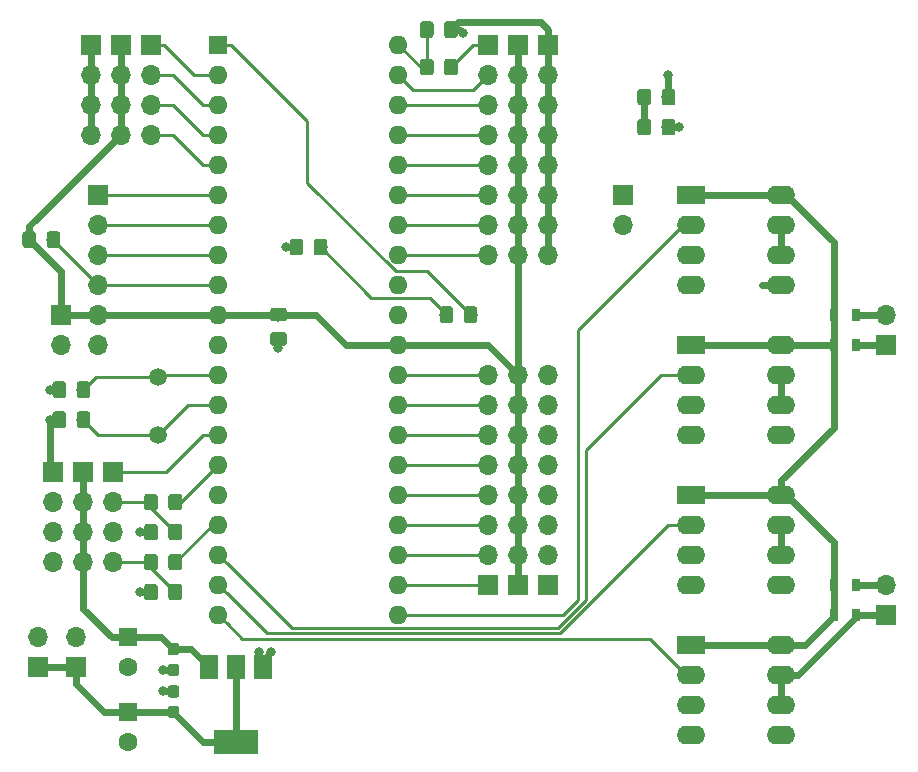
<source format=gtl>
G04 #@! TF.GenerationSoftware,KiCad,Pcbnew,5.0.1-33cea8e~68~ubuntu18.04.1*
G04 #@! TF.CreationDate,2018-11-06T22:29:14+01:00*
G04 #@! TF.ProjectId,puenteH,7075656E7465482E6B696361645F7063,rev?*
G04 #@! TF.SameCoordinates,Original*
G04 #@! TF.FileFunction,Copper,L1,Top,Signal*
G04 #@! TF.FilePolarity,Positive*
%FSLAX46Y46*%
G04 Gerber Fmt 4.6, Leading zero omitted, Abs format (unit mm)*
G04 Created by KiCad (PCBNEW 5.0.1-33cea8e~68~ubuntu18.04.1) date mar 06 nov 2018 22:29:14 CET*
%MOMM*%
%LPD*%
G01*
G04 APERTURE LIST*
G04 #@! TA.AperFunction,ComponentPad*
%ADD10R,2.400000X1.600000*%
G04 #@! TD*
G04 #@! TA.AperFunction,ComponentPad*
%ADD11O,2.400000X1.600000*%
G04 #@! TD*
G04 #@! TA.AperFunction,Conductor*
%ADD12C,0.100000*%
G04 #@! TD*
G04 #@! TA.AperFunction,SMDPad,CuDef*
%ADD13C,1.150000*%
G04 #@! TD*
G04 #@! TA.AperFunction,SMDPad,CuDef*
%ADD14R,0.800000X1.000000*%
G04 #@! TD*
G04 #@! TA.AperFunction,ComponentPad*
%ADD15R,1.700000X1.700000*%
G04 #@! TD*
G04 #@! TA.AperFunction,ComponentPad*
%ADD16O,1.700000X1.700000*%
G04 #@! TD*
G04 #@! TA.AperFunction,ComponentPad*
%ADD17R,1.600000X1.600000*%
G04 #@! TD*
G04 #@! TA.AperFunction,ComponentPad*
%ADD18O,1.600000X1.600000*%
G04 #@! TD*
G04 #@! TA.AperFunction,ComponentPad*
%ADD19C,1.500000*%
G04 #@! TD*
G04 #@! TA.AperFunction,ComponentPad*
%ADD20C,1.600000*%
G04 #@! TD*
G04 #@! TA.AperFunction,SMDPad,CuDef*
%ADD21C,0.950000*%
G04 #@! TD*
G04 #@! TA.AperFunction,SMDPad,CuDef*
%ADD22R,3.800000X2.000000*%
G04 #@! TD*
G04 #@! TA.AperFunction,SMDPad,CuDef*
%ADD23R,1.500000X2.000000*%
G04 #@! TD*
G04 #@! TA.AperFunction,ViaPad*
%ADD24C,0.800000*%
G04 #@! TD*
G04 #@! TA.AperFunction,Conductor*
%ADD25C,0.600000*%
G04 #@! TD*
G04 #@! TA.AperFunction,Conductor*
%ADD26C,0.250000*%
G04 #@! TD*
G04 APERTURE END LIST*
D10*
G04 #@! TO.P,U4,1*
G04 #@! TO.N,+BATT*
X133985000Y-78740000D03*
D11*
G04 #@! TO.P,U4,5*
G04 #@! TO.N,GND*
X141605000Y-86360000D03*
G04 #@! TO.P,U4,2*
G04 #@! TO.N,MOTOR2A*
X133985000Y-81280000D03*
G04 #@! TO.P,U4,6*
G04 #@! TO.N,Net-(D5-Pad2)*
X141605000Y-83820000D03*
G04 #@! TO.P,U4,3*
G04 #@! TO.N,Net-(U4-Pad3)*
X133985000Y-83820000D03*
G04 #@! TO.P,U4,7*
G04 #@! TO.N,Net-(D5-Pad2)*
X141605000Y-81280000D03*
G04 #@! TO.P,U4,4*
G04 #@! TO.N,GND*
X133985000Y-86360000D03*
G04 #@! TO.P,U4,8*
G04 #@! TO.N,+BATT*
X141605000Y-78740000D03*
G04 #@! TD*
D12*
G04 #@! TO.N,GND*
G04 #@! TO.C,C1*
G36*
X80849505Y-84391204D02*
X80873773Y-84394804D01*
X80897572Y-84400765D01*
X80920671Y-84409030D01*
X80942850Y-84419520D01*
X80963893Y-84432132D01*
X80983599Y-84446747D01*
X81001777Y-84463223D01*
X81018253Y-84481401D01*
X81032868Y-84501107D01*
X81045480Y-84522150D01*
X81055970Y-84544329D01*
X81064235Y-84567428D01*
X81070196Y-84591227D01*
X81073796Y-84615495D01*
X81075000Y-84639999D01*
X81075000Y-85540001D01*
X81073796Y-85564505D01*
X81070196Y-85588773D01*
X81064235Y-85612572D01*
X81055970Y-85635671D01*
X81045480Y-85657850D01*
X81032868Y-85678893D01*
X81018253Y-85698599D01*
X81001777Y-85716777D01*
X80983599Y-85733253D01*
X80963893Y-85747868D01*
X80942850Y-85760480D01*
X80920671Y-85770970D01*
X80897572Y-85779235D01*
X80873773Y-85785196D01*
X80849505Y-85788796D01*
X80825001Y-85790000D01*
X80174999Y-85790000D01*
X80150495Y-85788796D01*
X80126227Y-85785196D01*
X80102428Y-85779235D01*
X80079329Y-85770970D01*
X80057150Y-85760480D01*
X80036107Y-85747868D01*
X80016401Y-85733253D01*
X79998223Y-85716777D01*
X79981747Y-85698599D01*
X79967132Y-85678893D01*
X79954520Y-85657850D01*
X79944030Y-85635671D01*
X79935765Y-85612572D01*
X79929804Y-85588773D01*
X79926204Y-85564505D01*
X79925000Y-85540001D01*
X79925000Y-84639999D01*
X79926204Y-84615495D01*
X79929804Y-84591227D01*
X79935765Y-84567428D01*
X79944030Y-84544329D01*
X79954520Y-84522150D01*
X79967132Y-84501107D01*
X79981747Y-84481401D01*
X79998223Y-84463223D01*
X80016401Y-84446747D01*
X80036107Y-84432132D01*
X80057150Y-84419520D01*
X80079329Y-84409030D01*
X80102428Y-84400765D01*
X80126227Y-84394804D01*
X80150495Y-84391204D01*
X80174999Y-84390000D01*
X80825001Y-84390000D01*
X80849505Y-84391204D01*
X80849505Y-84391204D01*
G37*
D13*
G04 #@! TD*
G04 #@! TO.P,C1,2*
G04 #@! TO.N,GND*
X80500000Y-85090000D03*
D12*
G04 #@! TO.N,Net-(C1-Pad1)*
G04 #@! TO.C,C1*
G36*
X82899505Y-84391204D02*
X82923773Y-84394804D01*
X82947572Y-84400765D01*
X82970671Y-84409030D01*
X82992850Y-84419520D01*
X83013893Y-84432132D01*
X83033599Y-84446747D01*
X83051777Y-84463223D01*
X83068253Y-84481401D01*
X83082868Y-84501107D01*
X83095480Y-84522150D01*
X83105970Y-84544329D01*
X83114235Y-84567428D01*
X83120196Y-84591227D01*
X83123796Y-84615495D01*
X83125000Y-84639999D01*
X83125000Y-85540001D01*
X83123796Y-85564505D01*
X83120196Y-85588773D01*
X83114235Y-85612572D01*
X83105970Y-85635671D01*
X83095480Y-85657850D01*
X83082868Y-85678893D01*
X83068253Y-85698599D01*
X83051777Y-85716777D01*
X83033599Y-85733253D01*
X83013893Y-85747868D01*
X82992850Y-85760480D01*
X82970671Y-85770970D01*
X82947572Y-85779235D01*
X82923773Y-85785196D01*
X82899505Y-85788796D01*
X82875001Y-85790000D01*
X82224999Y-85790000D01*
X82200495Y-85788796D01*
X82176227Y-85785196D01*
X82152428Y-85779235D01*
X82129329Y-85770970D01*
X82107150Y-85760480D01*
X82086107Y-85747868D01*
X82066401Y-85733253D01*
X82048223Y-85716777D01*
X82031747Y-85698599D01*
X82017132Y-85678893D01*
X82004520Y-85657850D01*
X81994030Y-85635671D01*
X81985765Y-85612572D01*
X81979804Y-85588773D01*
X81976204Y-85564505D01*
X81975000Y-85540001D01*
X81975000Y-84639999D01*
X81976204Y-84615495D01*
X81979804Y-84591227D01*
X81985765Y-84567428D01*
X81994030Y-84544329D01*
X82004520Y-84522150D01*
X82017132Y-84501107D01*
X82031747Y-84481401D01*
X82048223Y-84463223D01*
X82066401Y-84446747D01*
X82086107Y-84432132D01*
X82107150Y-84419520D01*
X82129329Y-84409030D01*
X82152428Y-84400765D01*
X82176227Y-84394804D01*
X82200495Y-84391204D01*
X82224999Y-84390000D01*
X82875001Y-84390000D01*
X82899505Y-84391204D01*
X82899505Y-84391204D01*
G37*
D13*
G04 #@! TD*
G04 #@! TO.P,C1,1*
G04 #@! TO.N,Net-(C1-Pad1)*
X82550000Y-85090000D03*
D12*
G04 #@! TO.N,Net-(C2-Pad1)*
G04 #@! TO.C,C2*
G36*
X82899505Y-81851204D02*
X82923773Y-81854804D01*
X82947572Y-81860765D01*
X82970671Y-81869030D01*
X82992850Y-81879520D01*
X83013893Y-81892132D01*
X83033599Y-81906747D01*
X83051777Y-81923223D01*
X83068253Y-81941401D01*
X83082868Y-81961107D01*
X83095480Y-81982150D01*
X83105970Y-82004329D01*
X83114235Y-82027428D01*
X83120196Y-82051227D01*
X83123796Y-82075495D01*
X83125000Y-82099999D01*
X83125000Y-83000001D01*
X83123796Y-83024505D01*
X83120196Y-83048773D01*
X83114235Y-83072572D01*
X83105970Y-83095671D01*
X83095480Y-83117850D01*
X83082868Y-83138893D01*
X83068253Y-83158599D01*
X83051777Y-83176777D01*
X83033599Y-83193253D01*
X83013893Y-83207868D01*
X82992850Y-83220480D01*
X82970671Y-83230970D01*
X82947572Y-83239235D01*
X82923773Y-83245196D01*
X82899505Y-83248796D01*
X82875001Y-83250000D01*
X82224999Y-83250000D01*
X82200495Y-83248796D01*
X82176227Y-83245196D01*
X82152428Y-83239235D01*
X82129329Y-83230970D01*
X82107150Y-83220480D01*
X82086107Y-83207868D01*
X82066401Y-83193253D01*
X82048223Y-83176777D01*
X82031747Y-83158599D01*
X82017132Y-83138893D01*
X82004520Y-83117850D01*
X81994030Y-83095671D01*
X81985765Y-83072572D01*
X81979804Y-83048773D01*
X81976204Y-83024505D01*
X81975000Y-83000001D01*
X81975000Y-82099999D01*
X81976204Y-82075495D01*
X81979804Y-82051227D01*
X81985765Y-82027428D01*
X81994030Y-82004329D01*
X82004520Y-81982150D01*
X82017132Y-81961107D01*
X82031747Y-81941401D01*
X82048223Y-81923223D01*
X82066401Y-81906747D01*
X82086107Y-81892132D01*
X82107150Y-81879520D01*
X82129329Y-81869030D01*
X82152428Y-81860765D01*
X82176227Y-81854804D01*
X82200495Y-81851204D01*
X82224999Y-81850000D01*
X82875001Y-81850000D01*
X82899505Y-81851204D01*
X82899505Y-81851204D01*
G37*
D13*
G04 #@! TD*
G04 #@! TO.P,C2,1*
G04 #@! TO.N,Net-(C2-Pad1)*
X82550000Y-82550000D03*
D12*
G04 #@! TO.N,GND*
G04 #@! TO.C,C2*
G36*
X80849505Y-81851204D02*
X80873773Y-81854804D01*
X80897572Y-81860765D01*
X80920671Y-81869030D01*
X80942850Y-81879520D01*
X80963893Y-81892132D01*
X80983599Y-81906747D01*
X81001777Y-81923223D01*
X81018253Y-81941401D01*
X81032868Y-81961107D01*
X81045480Y-81982150D01*
X81055970Y-82004329D01*
X81064235Y-82027428D01*
X81070196Y-82051227D01*
X81073796Y-82075495D01*
X81075000Y-82099999D01*
X81075000Y-83000001D01*
X81073796Y-83024505D01*
X81070196Y-83048773D01*
X81064235Y-83072572D01*
X81055970Y-83095671D01*
X81045480Y-83117850D01*
X81032868Y-83138893D01*
X81018253Y-83158599D01*
X81001777Y-83176777D01*
X80983599Y-83193253D01*
X80963893Y-83207868D01*
X80942850Y-83220480D01*
X80920671Y-83230970D01*
X80897572Y-83239235D01*
X80873773Y-83245196D01*
X80849505Y-83248796D01*
X80825001Y-83250000D01*
X80174999Y-83250000D01*
X80150495Y-83248796D01*
X80126227Y-83245196D01*
X80102428Y-83239235D01*
X80079329Y-83230970D01*
X80057150Y-83220480D01*
X80036107Y-83207868D01*
X80016401Y-83193253D01*
X79998223Y-83176777D01*
X79981747Y-83158599D01*
X79967132Y-83138893D01*
X79954520Y-83117850D01*
X79944030Y-83095671D01*
X79935765Y-83072572D01*
X79929804Y-83048773D01*
X79926204Y-83024505D01*
X79925000Y-83000001D01*
X79925000Y-82099999D01*
X79926204Y-82075495D01*
X79929804Y-82051227D01*
X79935765Y-82027428D01*
X79944030Y-82004329D01*
X79954520Y-81982150D01*
X79967132Y-81961107D01*
X79981747Y-81941401D01*
X79998223Y-81923223D01*
X80016401Y-81906747D01*
X80036107Y-81892132D01*
X80057150Y-81879520D01*
X80079329Y-81869030D01*
X80102428Y-81860765D01*
X80126227Y-81854804D01*
X80150495Y-81851204D01*
X80174999Y-81850000D01*
X80825001Y-81850000D01*
X80849505Y-81851204D01*
X80849505Y-81851204D01*
G37*
D13*
G04 #@! TD*
G04 #@! TO.P,C2,2*
G04 #@! TO.N,GND*
X80500000Y-82550000D03*
D12*
G04 #@! TO.N,+5V*
G04 #@! TO.C,C3*
G36*
X99534505Y-75626204D02*
X99558773Y-75629804D01*
X99582572Y-75635765D01*
X99605671Y-75644030D01*
X99627850Y-75654520D01*
X99648893Y-75667132D01*
X99668599Y-75681747D01*
X99686777Y-75698223D01*
X99703253Y-75716401D01*
X99717868Y-75736107D01*
X99730480Y-75757150D01*
X99740970Y-75779329D01*
X99749235Y-75802428D01*
X99755196Y-75826227D01*
X99758796Y-75850495D01*
X99760000Y-75874999D01*
X99760000Y-76525001D01*
X99758796Y-76549505D01*
X99755196Y-76573773D01*
X99749235Y-76597572D01*
X99740970Y-76620671D01*
X99730480Y-76642850D01*
X99717868Y-76663893D01*
X99703253Y-76683599D01*
X99686777Y-76701777D01*
X99668599Y-76718253D01*
X99648893Y-76732868D01*
X99627850Y-76745480D01*
X99605671Y-76755970D01*
X99582572Y-76764235D01*
X99558773Y-76770196D01*
X99534505Y-76773796D01*
X99510001Y-76775000D01*
X98609999Y-76775000D01*
X98585495Y-76773796D01*
X98561227Y-76770196D01*
X98537428Y-76764235D01*
X98514329Y-76755970D01*
X98492150Y-76745480D01*
X98471107Y-76732868D01*
X98451401Y-76718253D01*
X98433223Y-76701777D01*
X98416747Y-76683599D01*
X98402132Y-76663893D01*
X98389520Y-76642850D01*
X98379030Y-76620671D01*
X98370765Y-76597572D01*
X98364804Y-76573773D01*
X98361204Y-76549505D01*
X98360000Y-76525001D01*
X98360000Y-75874999D01*
X98361204Y-75850495D01*
X98364804Y-75826227D01*
X98370765Y-75802428D01*
X98379030Y-75779329D01*
X98389520Y-75757150D01*
X98402132Y-75736107D01*
X98416747Y-75716401D01*
X98433223Y-75698223D01*
X98451401Y-75681747D01*
X98471107Y-75667132D01*
X98492150Y-75654520D01*
X98514329Y-75644030D01*
X98537428Y-75635765D01*
X98561227Y-75629804D01*
X98585495Y-75626204D01*
X98609999Y-75625000D01*
X99510001Y-75625000D01*
X99534505Y-75626204D01*
X99534505Y-75626204D01*
G37*
D13*
G04 #@! TD*
G04 #@! TO.P,C3,1*
G04 #@! TO.N,+5V*
X99060000Y-76200000D03*
D12*
G04 #@! TO.N,GND*
G04 #@! TO.C,C3*
G36*
X99534505Y-77676204D02*
X99558773Y-77679804D01*
X99582572Y-77685765D01*
X99605671Y-77694030D01*
X99627850Y-77704520D01*
X99648893Y-77717132D01*
X99668599Y-77731747D01*
X99686777Y-77748223D01*
X99703253Y-77766401D01*
X99717868Y-77786107D01*
X99730480Y-77807150D01*
X99740970Y-77829329D01*
X99749235Y-77852428D01*
X99755196Y-77876227D01*
X99758796Y-77900495D01*
X99760000Y-77924999D01*
X99760000Y-78575001D01*
X99758796Y-78599505D01*
X99755196Y-78623773D01*
X99749235Y-78647572D01*
X99740970Y-78670671D01*
X99730480Y-78692850D01*
X99717868Y-78713893D01*
X99703253Y-78733599D01*
X99686777Y-78751777D01*
X99668599Y-78768253D01*
X99648893Y-78782868D01*
X99627850Y-78795480D01*
X99605671Y-78805970D01*
X99582572Y-78814235D01*
X99558773Y-78820196D01*
X99534505Y-78823796D01*
X99510001Y-78825000D01*
X98609999Y-78825000D01*
X98585495Y-78823796D01*
X98561227Y-78820196D01*
X98537428Y-78814235D01*
X98514329Y-78805970D01*
X98492150Y-78795480D01*
X98471107Y-78782868D01*
X98451401Y-78768253D01*
X98433223Y-78751777D01*
X98416747Y-78733599D01*
X98402132Y-78713893D01*
X98389520Y-78692850D01*
X98379030Y-78670671D01*
X98370765Y-78647572D01*
X98364804Y-78623773D01*
X98361204Y-78599505D01*
X98360000Y-78575001D01*
X98360000Y-77924999D01*
X98361204Y-77900495D01*
X98364804Y-77876227D01*
X98370765Y-77852428D01*
X98379030Y-77829329D01*
X98389520Y-77807150D01*
X98402132Y-77786107D01*
X98416747Y-77766401D01*
X98433223Y-77748223D01*
X98451401Y-77731747D01*
X98471107Y-77717132D01*
X98492150Y-77704520D01*
X98514329Y-77694030D01*
X98537428Y-77685765D01*
X98561227Y-77679804D01*
X98585495Y-77676204D01*
X98609999Y-77675000D01*
X99510001Y-77675000D01*
X99534505Y-77676204D01*
X99534505Y-77676204D01*
G37*
D13*
G04 #@! TD*
G04 #@! TO.P,C3,2*
G04 #@! TO.N,GND*
X99060000Y-78250000D03*
D12*
G04 #@! TO.N,+5V*
G04 #@! TO.C,D1*
G36*
X132429505Y-57086204D02*
X132453773Y-57089804D01*
X132477572Y-57095765D01*
X132500671Y-57104030D01*
X132522850Y-57114520D01*
X132543893Y-57127132D01*
X132563599Y-57141747D01*
X132581777Y-57158223D01*
X132598253Y-57176401D01*
X132612868Y-57196107D01*
X132625480Y-57217150D01*
X132635970Y-57239329D01*
X132644235Y-57262428D01*
X132650196Y-57286227D01*
X132653796Y-57310495D01*
X132655000Y-57334999D01*
X132655000Y-58235001D01*
X132653796Y-58259505D01*
X132650196Y-58283773D01*
X132644235Y-58307572D01*
X132635970Y-58330671D01*
X132625480Y-58352850D01*
X132612868Y-58373893D01*
X132598253Y-58393599D01*
X132581777Y-58411777D01*
X132563599Y-58428253D01*
X132543893Y-58442868D01*
X132522850Y-58455480D01*
X132500671Y-58465970D01*
X132477572Y-58474235D01*
X132453773Y-58480196D01*
X132429505Y-58483796D01*
X132405001Y-58485000D01*
X131754999Y-58485000D01*
X131730495Y-58483796D01*
X131706227Y-58480196D01*
X131682428Y-58474235D01*
X131659329Y-58465970D01*
X131637150Y-58455480D01*
X131616107Y-58442868D01*
X131596401Y-58428253D01*
X131578223Y-58411777D01*
X131561747Y-58393599D01*
X131547132Y-58373893D01*
X131534520Y-58352850D01*
X131524030Y-58330671D01*
X131515765Y-58307572D01*
X131509804Y-58283773D01*
X131506204Y-58259505D01*
X131505000Y-58235001D01*
X131505000Y-57334999D01*
X131506204Y-57310495D01*
X131509804Y-57286227D01*
X131515765Y-57262428D01*
X131524030Y-57239329D01*
X131534520Y-57217150D01*
X131547132Y-57196107D01*
X131561747Y-57176401D01*
X131578223Y-57158223D01*
X131596401Y-57141747D01*
X131616107Y-57127132D01*
X131637150Y-57114520D01*
X131659329Y-57104030D01*
X131682428Y-57095765D01*
X131706227Y-57089804D01*
X131730495Y-57086204D01*
X131754999Y-57085000D01*
X132405001Y-57085000D01*
X132429505Y-57086204D01*
X132429505Y-57086204D01*
G37*
D13*
G04 #@! TD*
G04 #@! TO.P,D1,2*
G04 #@! TO.N,+5V*
X132080000Y-57785000D03*
D12*
G04 #@! TO.N,Net-(D1-Pad1)*
G04 #@! TO.C,D1*
G36*
X130379505Y-57086204D02*
X130403773Y-57089804D01*
X130427572Y-57095765D01*
X130450671Y-57104030D01*
X130472850Y-57114520D01*
X130493893Y-57127132D01*
X130513599Y-57141747D01*
X130531777Y-57158223D01*
X130548253Y-57176401D01*
X130562868Y-57196107D01*
X130575480Y-57217150D01*
X130585970Y-57239329D01*
X130594235Y-57262428D01*
X130600196Y-57286227D01*
X130603796Y-57310495D01*
X130605000Y-57334999D01*
X130605000Y-58235001D01*
X130603796Y-58259505D01*
X130600196Y-58283773D01*
X130594235Y-58307572D01*
X130585970Y-58330671D01*
X130575480Y-58352850D01*
X130562868Y-58373893D01*
X130548253Y-58393599D01*
X130531777Y-58411777D01*
X130513599Y-58428253D01*
X130493893Y-58442868D01*
X130472850Y-58455480D01*
X130450671Y-58465970D01*
X130427572Y-58474235D01*
X130403773Y-58480196D01*
X130379505Y-58483796D01*
X130355001Y-58485000D01*
X129704999Y-58485000D01*
X129680495Y-58483796D01*
X129656227Y-58480196D01*
X129632428Y-58474235D01*
X129609329Y-58465970D01*
X129587150Y-58455480D01*
X129566107Y-58442868D01*
X129546401Y-58428253D01*
X129528223Y-58411777D01*
X129511747Y-58393599D01*
X129497132Y-58373893D01*
X129484520Y-58352850D01*
X129474030Y-58330671D01*
X129465765Y-58307572D01*
X129459804Y-58283773D01*
X129456204Y-58259505D01*
X129455000Y-58235001D01*
X129455000Y-57334999D01*
X129456204Y-57310495D01*
X129459804Y-57286227D01*
X129465765Y-57262428D01*
X129474030Y-57239329D01*
X129484520Y-57217150D01*
X129497132Y-57196107D01*
X129511747Y-57176401D01*
X129528223Y-57158223D01*
X129546401Y-57141747D01*
X129566107Y-57127132D01*
X129587150Y-57114520D01*
X129609329Y-57104030D01*
X129632428Y-57095765D01*
X129656227Y-57089804D01*
X129680495Y-57086204D01*
X129704999Y-57085000D01*
X130355001Y-57085000D01*
X130379505Y-57086204D01*
X130379505Y-57086204D01*
G37*
D13*
G04 #@! TD*
G04 #@! TO.P,D1,1*
G04 #@! TO.N,Net-(D1-Pad1)*
X130030000Y-57785000D03*
D12*
G04 #@! TO.N,Net-(D2-Pad1)*
G04 #@! TO.C,D2*
G36*
X113624505Y-75501204D02*
X113648773Y-75504804D01*
X113672572Y-75510765D01*
X113695671Y-75519030D01*
X113717850Y-75529520D01*
X113738893Y-75542132D01*
X113758599Y-75556747D01*
X113776777Y-75573223D01*
X113793253Y-75591401D01*
X113807868Y-75611107D01*
X113820480Y-75632150D01*
X113830970Y-75654329D01*
X113839235Y-75677428D01*
X113845196Y-75701227D01*
X113848796Y-75725495D01*
X113850000Y-75749999D01*
X113850000Y-76650001D01*
X113848796Y-76674505D01*
X113845196Y-76698773D01*
X113839235Y-76722572D01*
X113830970Y-76745671D01*
X113820480Y-76767850D01*
X113807868Y-76788893D01*
X113793253Y-76808599D01*
X113776777Y-76826777D01*
X113758599Y-76843253D01*
X113738893Y-76857868D01*
X113717850Y-76870480D01*
X113695671Y-76880970D01*
X113672572Y-76889235D01*
X113648773Y-76895196D01*
X113624505Y-76898796D01*
X113600001Y-76900000D01*
X112949999Y-76900000D01*
X112925495Y-76898796D01*
X112901227Y-76895196D01*
X112877428Y-76889235D01*
X112854329Y-76880970D01*
X112832150Y-76870480D01*
X112811107Y-76857868D01*
X112791401Y-76843253D01*
X112773223Y-76826777D01*
X112756747Y-76808599D01*
X112742132Y-76788893D01*
X112729520Y-76767850D01*
X112719030Y-76745671D01*
X112710765Y-76722572D01*
X112704804Y-76698773D01*
X112701204Y-76674505D01*
X112700000Y-76650001D01*
X112700000Y-75749999D01*
X112701204Y-75725495D01*
X112704804Y-75701227D01*
X112710765Y-75677428D01*
X112719030Y-75654329D01*
X112729520Y-75632150D01*
X112742132Y-75611107D01*
X112756747Y-75591401D01*
X112773223Y-75573223D01*
X112791401Y-75556747D01*
X112811107Y-75542132D01*
X112832150Y-75529520D01*
X112854329Y-75519030D01*
X112877428Y-75510765D01*
X112901227Y-75504804D01*
X112925495Y-75501204D01*
X112949999Y-75500000D01*
X113600001Y-75500000D01*
X113624505Y-75501204D01*
X113624505Y-75501204D01*
G37*
D13*
G04 #@! TD*
G04 #@! TO.P,D2,1*
G04 #@! TO.N,Net-(D2-Pad1)*
X113275000Y-76200000D03*
D12*
G04 #@! TO.N,STATUS_LED*
G04 #@! TO.C,D2*
G36*
X115674505Y-75501204D02*
X115698773Y-75504804D01*
X115722572Y-75510765D01*
X115745671Y-75519030D01*
X115767850Y-75529520D01*
X115788893Y-75542132D01*
X115808599Y-75556747D01*
X115826777Y-75573223D01*
X115843253Y-75591401D01*
X115857868Y-75611107D01*
X115870480Y-75632150D01*
X115880970Y-75654329D01*
X115889235Y-75677428D01*
X115895196Y-75701227D01*
X115898796Y-75725495D01*
X115900000Y-75749999D01*
X115900000Y-76650001D01*
X115898796Y-76674505D01*
X115895196Y-76698773D01*
X115889235Y-76722572D01*
X115880970Y-76745671D01*
X115870480Y-76767850D01*
X115857868Y-76788893D01*
X115843253Y-76808599D01*
X115826777Y-76826777D01*
X115808599Y-76843253D01*
X115788893Y-76857868D01*
X115767850Y-76870480D01*
X115745671Y-76880970D01*
X115722572Y-76889235D01*
X115698773Y-76895196D01*
X115674505Y-76898796D01*
X115650001Y-76900000D01*
X114999999Y-76900000D01*
X114975495Y-76898796D01*
X114951227Y-76895196D01*
X114927428Y-76889235D01*
X114904329Y-76880970D01*
X114882150Y-76870480D01*
X114861107Y-76857868D01*
X114841401Y-76843253D01*
X114823223Y-76826777D01*
X114806747Y-76808599D01*
X114792132Y-76788893D01*
X114779520Y-76767850D01*
X114769030Y-76745671D01*
X114760765Y-76722572D01*
X114754804Y-76698773D01*
X114751204Y-76674505D01*
X114750000Y-76650001D01*
X114750000Y-75749999D01*
X114751204Y-75725495D01*
X114754804Y-75701227D01*
X114760765Y-75677428D01*
X114769030Y-75654329D01*
X114779520Y-75632150D01*
X114792132Y-75611107D01*
X114806747Y-75591401D01*
X114823223Y-75573223D01*
X114841401Y-75556747D01*
X114861107Y-75542132D01*
X114882150Y-75529520D01*
X114904329Y-75519030D01*
X114927428Y-75510765D01*
X114951227Y-75504804D01*
X114975495Y-75501204D01*
X114999999Y-75500000D01*
X115650001Y-75500000D01*
X115674505Y-75501204D01*
X115674505Y-75501204D01*
G37*
D13*
G04 #@! TD*
G04 #@! TO.P,D2,2*
G04 #@! TO.N,STATUS_LED*
X115325000Y-76200000D03*
D14*
G04 #@! TO.P,D3,1*
G04 #@! TO.N,+BATT*
X146055000Y-101600000D03*
G04 #@! TO.P,D3,2*
G04 #@! TO.N,Net-(D3-Pad2)*
X147955000Y-101600000D03*
G04 #@! TD*
G04 #@! TO.P,D4,2*
G04 #@! TO.N,Net-(D4-Pad2)*
X147955000Y-99060000D03*
G04 #@! TO.P,D4,1*
G04 #@! TO.N,+BATT*
X146055000Y-99060000D03*
G04 #@! TD*
G04 #@! TO.P,D5,1*
G04 #@! TO.N,+BATT*
X146055000Y-78740000D03*
G04 #@! TO.P,D5,2*
G04 #@! TO.N,Net-(D5-Pad2)*
X147955000Y-78740000D03*
G04 #@! TD*
G04 #@! TO.P,D6,2*
G04 #@! TO.N,Net-(D6-Pad2)*
X147955000Y-76200000D03*
G04 #@! TO.P,D6,1*
G04 #@! TO.N,+BATT*
X146055000Y-76200000D03*
G04 #@! TD*
D15*
G04 #@! TO.P,J1,1*
G04 #@! TO.N,MOSI*
X83820000Y-66040000D03*
D16*
G04 #@! TO.P,J1,2*
G04 #@! TO.N,MISO*
X83820000Y-68580000D03*
G04 #@! TO.P,J1,3*
G04 #@! TO.N,SCK*
X83820000Y-71120000D03*
G04 #@! TO.P,J1,4*
G04 #@! TO.N,RESET*
X83820000Y-73660000D03*
G04 #@! TO.P,J1,5*
G04 #@! TO.N,+5V*
X83820000Y-76200000D03*
G04 #@! TO.P,J1,6*
G04 #@! TO.N,GND*
X83820000Y-78740000D03*
G04 #@! TD*
G04 #@! TO.P,J2,2*
G04 #@! TO.N,GND*
X80645000Y-78740000D03*
D15*
G04 #@! TO.P,J2,1*
G04 #@! TO.N,+5V*
X80645000Y-76200000D03*
G04 #@! TD*
G04 #@! TO.P,J3,1*
G04 #@! TO.N,V_EXT*
X116840000Y-53340000D03*
D16*
G04 #@! TO.P,J3,2*
G04 #@! TO.N,Net-(J3-Pad2)*
X116840000Y-55880000D03*
G04 #@! TO.P,J3,3*
G04 #@! TO.N,Net-(J3-Pad3)*
X116840000Y-58420000D03*
G04 #@! TO.P,J3,4*
G04 #@! TO.N,Net-(J3-Pad4)*
X116840000Y-60960000D03*
G04 #@! TO.P,J3,5*
G04 #@! TO.N,Net-(J3-Pad5)*
X116840000Y-63500000D03*
G04 #@! TO.P,J3,6*
G04 #@! TO.N,Net-(J3-Pad6)*
X116840000Y-66040000D03*
G04 #@! TO.P,J3,7*
G04 #@! TO.N,Net-(J3-Pad7)*
X116840000Y-68580000D03*
G04 #@! TO.P,J3,8*
G04 #@! TO.N,Net-(J3-Pad8)*
X116840000Y-71120000D03*
G04 #@! TD*
D15*
G04 #@! TO.P,J4,1*
G04 #@! TO.N,Net-(J4-Pad1)*
X88265000Y-53340000D03*
D16*
G04 #@! TO.P,J4,2*
G04 #@! TO.N,Net-(J4-Pad2)*
X88265000Y-55880000D03*
G04 #@! TO.P,J4,3*
G04 #@! TO.N,Net-(J4-Pad3)*
X88265000Y-58420000D03*
G04 #@! TO.P,J4,4*
G04 #@! TO.N,Net-(J4-Pad4)*
X88265000Y-60960000D03*
G04 #@! TD*
G04 #@! TO.P,J8,8*
G04 #@! TO.N,+5V*
X119380000Y-71120000D03*
G04 #@! TO.P,J8,7*
X119380000Y-68580000D03*
G04 #@! TO.P,J8,6*
X119380000Y-66040000D03*
G04 #@! TO.P,J8,5*
X119380000Y-63500000D03*
G04 #@! TO.P,J8,4*
X119380000Y-60960000D03*
G04 #@! TO.P,J8,3*
X119380000Y-58420000D03*
G04 #@! TO.P,J8,2*
X119380000Y-55880000D03*
D15*
G04 #@! TO.P,J8,1*
X119380000Y-53340000D03*
G04 #@! TD*
D16*
G04 #@! TO.P,J9,4*
G04 #@! TO.N,+5V*
X85725000Y-60960000D03*
G04 #@! TO.P,J9,3*
X85725000Y-58420000D03*
G04 #@! TO.P,J9,2*
X85725000Y-55880000D03*
D15*
G04 #@! TO.P,J9,1*
X85725000Y-53340000D03*
G04 #@! TD*
G04 #@! TO.P,J13,1*
G04 #@! TO.N,GND*
X121920000Y-53340000D03*
D16*
G04 #@! TO.P,J13,2*
X121920000Y-55880000D03*
G04 #@! TO.P,J13,3*
X121920000Y-58420000D03*
G04 #@! TO.P,J13,4*
X121920000Y-60960000D03*
G04 #@! TO.P,J13,5*
X121920000Y-63500000D03*
G04 #@! TO.P,J13,6*
X121920000Y-66040000D03*
G04 #@! TO.P,J13,7*
X121920000Y-68580000D03*
G04 #@! TO.P,J13,8*
X121920000Y-71120000D03*
G04 #@! TD*
D15*
G04 #@! TO.P,J14,1*
G04 #@! TO.N,GND*
X83185000Y-53340000D03*
D16*
G04 #@! TO.P,J14,2*
X83185000Y-55880000D03*
G04 #@! TO.P,J14,3*
X83185000Y-58420000D03*
G04 #@! TO.P,J14,4*
X83185000Y-60960000D03*
G04 #@! TD*
G04 #@! TO.P,J18,4*
G04 #@! TO.N,TX2*
X85090000Y-97155000D03*
G04 #@! TO.P,J18,3*
G04 #@! TO.N,RX2*
X85090000Y-94615000D03*
G04 #@! TO.P,J18,2*
G04 #@! TO.N,TX1*
X85090000Y-92075000D03*
D15*
G04 #@! TO.P,J18,1*
G04 #@! TO.N,RX1*
X85090000Y-89535000D03*
G04 #@! TD*
G04 #@! TO.P,J19,1*
G04 #@! TO.N,+5V*
X82550000Y-89535000D03*
D16*
G04 #@! TO.P,J19,2*
X82550000Y-92075000D03*
G04 #@! TO.P,J19,3*
X82550000Y-94615000D03*
G04 #@! TO.P,J19,4*
X82550000Y-97155000D03*
G04 #@! TD*
G04 #@! TO.P,J20,4*
G04 #@! TO.N,GND*
X80010000Y-97155000D03*
G04 #@! TO.P,J20,3*
X80010000Y-94615000D03*
G04 #@! TO.P,J20,2*
X80010000Y-92075000D03*
D15*
G04 #@! TO.P,J20,1*
X80010000Y-89535000D03*
G04 #@! TD*
G04 #@! TO.P,J21,1*
G04 #@! TO.N,+BATT*
X128270000Y-66040000D03*
D16*
G04 #@! TO.P,J21,2*
G04 #@! TO.N,GND*
X128270000Y-68580000D03*
G04 #@! TD*
D15*
G04 #@! TO.P,J22,1*
G04 #@! TO.N,Net-(D5-Pad2)*
X150495000Y-78740000D03*
D16*
G04 #@! TO.P,J22,2*
G04 #@! TO.N,Net-(D6-Pad2)*
X150495000Y-76200000D03*
G04 #@! TD*
G04 #@! TO.P,J23,2*
G04 #@! TO.N,Net-(D4-Pad2)*
X150495000Y-99060000D03*
D15*
G04 #@! TO.P,J23,1*
G04 #@! TO.N,Net-(D3-Pad2)*
X150495000Y-101600000D03*
G04 #@! TD*
D12*
G04 #@! TO.N,RESET*
G04 #@! TO.C,R1*
G36*
X80359505Y-69151204D02*
X80383773Y-69154804D01*
X80407572Y-69160765D01*
X80430671Y-69169030D01*
X80452850Y-69179520D01*
X80473893Y-69192132D01*
X80493599Y-69206747D01*
X80511777Y-69223223D01*
X80528253Y-69241401D01*
X80542868Y-69261107D01*
X80555480Y-69282150D01*
X80565970Y-69304329D01*
X80574235Y-69327428D01*
X80580196Y-69351227D01*
X80583796Y-69375495D01*
X80585000Y-69399999D01*
X80585000Y-70300001D01*
X80583796Y-70324505D01*
X80580196Y-70348773D01*
X80574235Y-70372572D01*
X80565970Y-70395671D01*
X80555480Y-70417850D01*
X80542868Y-70438893D01*
X80528253Y-70458599D01*
X80511777Y-70476777D01*
X80493599Y-70493253D01*
X80473893Y-70507868D01*
X80452850Y-70520480D01*
X80430671Y-70530970D01*
X80407572Y-70539235D01*
X80383773Y-70545196D01*
X80359505Y-70548796D01*
X80335001Y-70550000D01*
X79684999Y-70550000D01*
X79660495Y-70548796D01*
X79636227Y-70545196D01*
X79612428Y-70539235D01*
X79589329Y-70530970D01*
X79567150Y-70520480D01*
X79546107Y-70507868D01*
X79526401Y-70493253D01*
X79508223Y-70476777D01*
X79491747Y-70458599D01*
X79477132Y-70438893D01*
X79464520Y-70417850D01*
X79454030Y-70395671D01*
X79445765Y-70372572D01*
X79439804Y-70348773D01*
X79436204Y-70324505D01*
X79435000Y-70300001D01*
X79435000Y-69399999D01*
X79436204Y-69375495D01*
X79439804Y-69351227D01*
X79445765Y-69327428D01*
X79454030Y-69304329D01*
X79464520Y-69282150D01*
X79477132Y-69261107D01*
X79491747Y-69241401D01*
X79508223Y-69223223D01*
X79526401Y-69206747D01*
X79546107Y-69192132D01*
X79567150Y-69179520D01*
X79589329Y-69169030D01*
X79612428Y-69160765D01*
X79636227Y-69154804D01*
X79660495Y-69151204D01*
X79684999Y-69150000D01*
X80335001Y-69150000D01*
X80359505Y-69151204D01*
X80359505Y-69151204D01*
G37*
D13*
G04 #@! TD*
G04 #@! TO.P,R1,1*
G04 #@! TO.N,RESET*
X80010000Y-69850000D03*
D12*
G04 #@! TO.N,+5V*
G04 #@! TO.C,R1*
G36*
X78309505Y-69151204D02*
X78333773Y-69154804D01*
X78357572Y-69160765D01*
X78380671Y-69169030D01*
X78402850Y-69179520D01*
X78423893Y-69192132D01*
X78443599Y-69206747D01*
X78461777Y-69223223D01*
X78478253Y-69241401D01*
X78492868Y-69261107D01*
X78505480Y-69282150D01*
X78515970Y-69304329D01*
X78524235Y-69327428D01*
X78530196Y-69351227D01*
X78533796Y-69375495D01*
X78535000Y-69399999D01*
X78535000Y-70300001D01*
X78533796Y-70324505D01*
X78530196Y-70348773D01*
X78524235Y-70372572D01*
X78515970Y-70395671D01*
X78505480Y-70417850D01*
X78492868Y-70438893D01*
X78478253Y-70458599D01*
X78461777Y-70476777D01*
X78443599Y-70493253D01*
X78423893Y-70507868D01*
X78402850Y-70520480D01*
X78380671Y-70530970D01*
X78357572Y-70539235D01*
X78333773Y-70545196D01*
X78309505Y-70548796D01*
X78285001Y-70550000D01*
X77634999Y-70550000D01*
X77610495Y-70548796D01*
X77586227Y-70545196D01*
X77562428Y-70539235D01*
X77539329Y-70530970D01*
X77517150Y-70520480D01*
X77496107Y-70507868D01*
X77476401Y-70493253D01*
X77458223Y-70476777D01*
X77441747Y-70458599D01*
X77427132Y-70438893D01*
X77414520Y-70417850D01*
X77404030Y-70395671D01*
X77395765Y-70372572D01*
X77389804Y-70348773D01*
X77386204Y-70324505D01*
X77385000Y-70300001D01*
X77385000Y-69399999D01*
X77386204Y-69375495D01*
X77389804Y-69351227D01*
X77395765Y-69327428D01*
X77404030Y-69304329D01*
X77414520Y-69282150D01*
X77427132Y-69261107D01*
X77441747Y-69241401D01*
X77458223Y-69223223D01*
X77476401Y-69206747D01*
X77496107Y-69192132D01*
X77517150Y-69179520D01*
X77539329Y-69169030D01*
X77562428Y-69160765D01*
X77586227Y-69154804D01*
X77610495Y-69151204D01*
X77634999Y-69150000D01*
X78285001Y-69150000D01*
X78309505Y-69151204D01*
X78309505Y-69151204D01*
G37*
D13*
G04 #@! TD*
G04 #@! TO.P,R1,2*
G04 #@! TO.N,+5V*
X77960000Y-69850000D03*
D12*
G04 #@! TO.N,GND*
G04 #@! TO.C,R2*
G36*
X132429505Y-59626204D02*
X132453773Y-59629804D01*
X132477572Y-59635765D01*
X132500671Y-59644030D01*
X132522850Y-59654520D01*
X132543893Y-59667132D01*
X132563599Y-59681747D01*
X132581777Y-59698223D01*
X132598253Y-59716401D01*
X132612868Y-59736107D01*
X132625480Y-59757150D01*
X132635970Y-59779329D01*
X132644235Y-59802428D01*
X132650196Y-59826227D01*
X132653796Y-59850495D01*
X132655000Y-59874999D01*
X132655000Y-60775001D01*
X132653796Y-60799505D01*
X132650196Y-60823773D01*
X132644235Y-60847572D01*
X132635970Y-60870671D01*
X132625480Y-60892850D01*
X132612868Y-60913893D01*
X132598253Y-60933599D01*
X132581777Y-60951777D01*
X132563599Y-60968253D01*
X132543893Y-60982868D01*
X132522850Y-60995480D01*
X132500671Y-61005970D01*
X132477572Y-61014235D01*
X132453773Y-61020196D01*
X132429505Y-61023796D01*
X132405001Y-61025000D01*
X131754999Y-61025000D01*
X131730495Y-61023796D01*
X131706227Y-61020196D01*
X131682428Y-61014235D01*
X131659329Y-61005970D01*
X131637150Y-60995480D01*
X131616107Y-60982868D01*
X131596401Y-60968253D01*
X131578223Y-60951777D01*
X131561747Y-60933599D01*
X131547132Y-60913893D01*
X131534520Y-60892850D01*
X131524030Y-60870671D01*
X131515765Y-60847572D01*
X131509804Y-60823773D01*
X131506204Y-60799505D01*
X131505000Y-60775001D01*
X131505000Y-59874999D01*
X131506204Y-59850495D01*
X131509804Y-59826227D01*
X131515765Y-59802428D01*
X131524030Y-59779329D01*
X131534520Y-59757150D01*
X131547132Y-59736107D01*
X131561747Y-59716401D01*
X131578223Y-59698223D01*
X131596401Y-59681747D01*
X131616107Y-59667132D01*
X131637150Y-59654520D01*
X131659329Y-59644030D01*
X131682428Y-59635765D01*
X131706227Y-59629804D01*
X131730495Y-59626204D01*
X131754999Y-59625000D01*
X132405001Y-59625000D01*
X132429505Y-59626204D01*
X132429505Y-59626204D01*
G37*
D13*
G04 #@! TD*
G04 #@! TO.P,R2,1*
G04 #@! TO.N,GND*
X132080000Y-60325000D03*
D12*
G04 #@! TO.N,Net-(D1-Pad1)*
G04 #@! TO.C,R2*
G36*
X130379505Y-59626204D02*
X130403773Y-59629804D01*
X130427572Y-59635765D01*
X130450671Y-59644030D01*
X130472850Y-59654520D01*
X130493893Y-59667132D01*
X130513599Y-59681747D01*
X130531777Y-59698223D01*
X130548253Y-59716401D01*
X130562868Y-59736107D01*
X130575480Y-59757150D01*
X130585970Y-59779329D01*
X130594235Y-59802428D01*
X130600196Y-59826227D01*
X130603796Y-59850495D01*
X130605000Y-59874999D01*
X130605000Y-60775001D01*
X130603796Y-60799505D01*
X130600196Y-60823773D01*
X130594235Y-60847572D01*
X130585970Y-60870671D01*
X130575480Y-60892850D01*
X130562868Y-60913893D01*
X130548253Y-60933599D01*
X130531777Y-60951777D01*
X130513599Y-60968253D01*
X130493893Y-60982868D01*
X130472850Y-60995480D01*
X130450671Y-61005970D01*
X130427572Y-61014235D01*
X130403773Y-61020196D01*
X130379505Y-61023796D01*
X130355001Y-61025000D01*
X129704999Y-61025000D01*
X129680495Y-61023796D01*
X129656227Y-61020196D01*
X129632428Y-61014235D01*
X129609329Y-61005970D01*
X129587150Y-60995480D01*
X129566107Y-60982868D01*
X129546401Y-60968253D01*
X129528223Y-60951777D01*
X129511747Y-60933599D01*
X129497132Y-60913893D01*
X129484520Y-60892850D01*
X129474030Y-60870671D01*
X129465765Y-60847572D01*
X129459804Y-60823773D01*
X129456204Y-60799505D01*
X129455000Y-60775001D01*
X129455000Y-59874999D01*
X129456204Y-59850495D01*
X129459804Y-59826227D01*
X129465765Y-59802428D01*
X129474030Y-59779329D01*
X129484520Y-59757150D01*
X129497132Y-59736107D01*
X129511747Y-59716401D01*
X129528223Y-59698223D01*
X129546401Y-59681747D01*
X129566107Y-59667132D01*
X129587150Y-59654520D01*
X129609329Y-59644030D01*
X129632428Y-59635765D01*
X129656227Y-59629804D01*
X129680495Y-59626204D01*
X129704999Y-59625000D01*
X130355001Y-59625000D01*
X130379505Y-59626204D01*
X130379505Y-59626204D01*
G37*
D13*
G04 #@! TD*
G04 #@! TO.P,R2,2*
G04 #@! TO.N,Net-(D1-Pad1)*
X130030000Y-60325000D03*
D12*
G04 #@! TO.N,V_EXT*
G04 #@! TO.C,R3*
G36*
X114014505Y-54546204D02*
X114038773Y-54549804D01*
X114062572Y-54555765D01*
X114085671Y-54564030D01*
X114107850Y-54574520D01*
X114128893Y-54587132D01*
X114148599Y-54601747D01*
X114166777Y-54618223D01*
X114183253Y-54636401D01*
X114197868Y-54656107D01*
X114210480Y-54677150D01*
X114220970Y-54699329D01*
X114229235Y-54722428D01*
X114235196Y-54746227D01*
X114238796Y-54770495D01*
X114240000Y-54794999D01*
X114240000Y-55695001D01*
X114238796Y-55719505D01*
X114235196Y-55743773D01*
X114229235Y-55767572D01*
X114220970Y-55790671D01*
X114210480Y-55812850D01*
X114197868Y-55833893D01*
X114183253Y-55853599D01*
X114166777Y-55871777D01*
X114148599Y-55888253D01*
X114128893Y-55902868D01*
X114107850Y-55915480D01*
X114085671Y-55925970D01*
X114062572Y-55934235D01*
X114038773Y-55940196D01*
X114014505Y-55943796D01*
X113990001Y-55945000D01*
X113339999Y-55945000D01*
X113315495Y-55943796D01*
X113291227Y-55940196D01*
X113267428Y-55934235D01*
X113244329Y-55925970D01*
X113222150Y-55915480D01*
X113201107Y-55902868D01*
X113181401Y-55888253D01*
X113163223Y-55871777D01*
X113146747Y-55853599D01*
X113132132Y-55833893D01*
X113119520Y-55812850D01*
X113109030Y-55790671D01*
X113100765Y-55767572D01*
X113094804Y-55743773D01*
X113091204Y-55719505D01*
X113090000Y-55695001D01*
X113090000Y-54794999D01*
X113091204Y-54770495D01*
X113094804Y-54746227D01*
X113100765Y-54722428D01*
X113109030Y-54699329D01*
X113119520Y-54677150D01*
X113132132Y-54656107D01*
X113146747Y-54636401D01*
X113163223Y-54618223D01*
X113181401Y-54601747D01*
X113201107Y-54587132D01*
X113222150Y-54574520D01*
X113244329Y-54564030D01*
X113267428Y-54555765D01*
X113291227Y-54549804D01*
X113315495Y-54546204D01*
X113339999Y-54545000D01*
X113990001Y-54545000D01*
X114014505Y-54546204D01*
X114014505Y-54546204D01*
G37*
D13*
G04 #@! TD*
G04 #@! TO.P,R3,1*
G04 #@! TO.N,V_EXT*
X113665000Y-55245000D03*
D12*
G04 #@! TO.N,V_IN*
G04 #@! TO.C,R3*
G36*
X111964505Y-54546204D02*
X111988773Y-54549804D01*
X112012572Y-54555765D01*
X112035671Y-54564030D01*
X112057850Y-54574520D01*
X112078893Y-54587132D01*
X112098599Y-54601747D01*
X112116777Y-54618223D01*
X112133253Y-54636401D01*
X112147868Y-54656107D01*
X112160480Y-54677150D01*
X112170970Y-54699329D01*
X112179235Y-54722428D01*
X112185196Y-54746227D01*
X112188796Y-54770495D01*
X112190000Y-54794999D01*
X112190000Y-55695001D01*
X112188796Y-55719505D01*
X112185196Y-55743773D01*
X112179235Y-55767572D01*
X112170970Y-55790671D01*
X112160480Y-55812850D01*
X112147868Y-55833893D01*
X112133253Y-55853599D01*
X112116777Y-55871777D01*
X112098599Y-55888253D01*
X112078893Y-55902868D01*
X112057850Y-55915480D01*
X112035671Y-55925970D01*
X112012572Y-55934235D01*
X111988773Y-55940196D01*
X111964505Y-55943796D01*
X111940001Y-55945000D01*
X111289999Y-55945000D01*
X111265495Y-55943796D01*
X111241227Y-55940196D01*
X111217428Y-55934235D01*
X111194329Y-55925970D01*
X111172150Y-55915480D01*
X111151107Y-55902868D01*
X111131401Y-55888253D01*
X111113223Y-55871777D01*
X111096747Y-55853599D01*
X111082132Y-55833893D01*
X111069520Y-55812850D01*
X111059030Y-55790671D01*
X111050765Y-55767572D01*
X111044804Y-55743773D01*
X111041204Y-55719505D01*
X111040000Y-55695001D01*
X111040000Y-54794999D01*
X111041204Y-54770495D01*
X111044804Y-54746227D01*
X111050765Y-54722428D01*
X111059030Y-54699329D01*
X111069520Y-54677150D01*
X111082132Y-54656107D01*
X111096747Y-54636401D01*
X111113223Y-54618223D01*
X111131401Y-54601747D01*
X111151107Y-54587132D01*
X111172150Y-54574520D01*
X111194329Y-54564030D01*
X111217428Y-54555765D01*
X111241227Y-54549804D01*
X111265495Y-54546204D01*
X111289999Y-54545000D01*
X111940001Y-54545000D01*
X111964505Y-54546204D01*
X111964505Y-54546204D01*
G37*
D13*
G04 #@! TD*
G04 #@! TO.P,R3,2*
G04 #@! TO.N,V_IN*
X111615000Y-55245000D03*
D12*
G04 #@! TO.N,GND*
G04 #@! TO.C,R4*
G36*
X114014505Y-51371204D02*
X114038773Y-51374804D01*
X114062572Y-51380765D01*
X114085671Y-51389030D01*
X114107850Y-51399520D01*
X114128893Y-51412132D01*
X114148599Y-51426747D01*
X114166777Y-51443223D01*
X114183253Y-51461401D01*
X114197868Y-51481107D01*
X114210480Y-51502150D01*
X114220970Y-51524329D01*
X114229235Y-51547428D01*
X114235196Y-51571227D01*
X114238796Y-51595495D01*
X114240000Y-51619999D01*
X114240000Y-52520001D01*
X114238796Y-52544505D01*
X114235196Y-52568773D01*
X114229235Y-52592572D01*
X114220970Y-52615671D01*
X114210480Y-52637850D01*
X114197868Y-52658893D01*
X114183253Y-52678599D01*
X114166777Y-52696777D01*
X114148599Y-52713253D01*
X114128893Y-52727868D01*
X114107850Y-52740480D01*
X114085671Y-52750970D01*
X114062572Y-52759235D01*
X114038773Y-52765196D01*
X114014505Y-52768796D01*
X113990001Y-52770000D01*
X113339999Y-52770000D01*
X113315495Y-52768796D01*
X113291227Y-52765196D01*
X113267428Y-52759235D01*
X113244329Y-52750970D01*
X113222150Y-52740480D01*
X113201107Y-52727868D01*
X113181401Y-52713253D01*
X113163223Y-52696777D01*
X113146747Y-52678599D01*
X113132132Y-52658893D01*
X113119520Y-52637850D01*
X113109030Y-52615671D01*
X113100765Y-52592572D01*
X113094804Y-52568773D01*
X113091204Y-52544505D01*
X113090000Y-52520001D01*
X113090000Y-51619999D01*
X113091204Y-51595495D01*
X113094804Y-51571227D01*
X113100765Y-51547428D01*
X113109030Y-51524329D01*
X113119520Y-51502150D01*
X113132132Y-51481107D01*
X113146747Y-51461401D01*
X113163223Y-51443223D01*
X113181401Y-51426747D01*
X113201107Y-51412132D01*
X113222150Y-51399520D01*
X113244329Y-51389030D01*
X113267428Y-51380765D01*
X113291227Y-51374804D01*
X113315495Y-51371204D01*
X113339999Y-51370000D01*
X113990001Y-51370000D01*
X114014505Y-51371204D01*
X114014505Y-51371204D01*
G37*
D13*
G04 #@! TD*
G04 #@! TO.P,R4,2*
G04 #@! TO.N,GND*
X113665000Y-52070000D03*
D12*
G04 #@! TO.N,V_IN*
G04 #@! TO.C,R4*
G36*
X111964505Y-51371204D02*
X111988773Y-51374804D01*
X112012572Y-51380765D01*
X112035671Y-51389030D01*
X112057850Y-51399520D01*
X112078893Y-51412132D01*
X112098599Y-51426747D01*
X112116777Y-51443223D01*
X112133253Y-51461401D01*
X112147868Y-51481107D01*
X112160480Y-51502150D01*
X112170970Y-51524329D01*
X112179235Y-51547428D01*
X112185196Y-51571227D01*
X112188796Y-51595495D01*
X112190000Y-51619999D01*
X112190000Y-52520001D01*
X112188796Y-52544505D01*
X112185196Y-52568773D01*
X112179235Y-52592572D01*
X112170970Y-52615671D01*
X112160480Y-52637850D01*
X112147868Y-52658893D01*
X112133253Y-52678599D01*
X112116777Y-52696777D01*
X112098599Y-52713253D01*
X112078893Y-52727868D01*
X112057850Y-52740480D01*
X112035671Y-52750970D01*
X112012572Y-52759235D01*
X111988773Y-52765196D01*
X111964505Y-52768796D01*
X111940001Y-52770000D01*
X111289999Y-52770000D01*
X111265495Y-52768796D01*
X111241227Y-52765196D01*
X111217428Y-52759235D01*
X111194329Y-52750970D01*
X111172150Y-52740480D01*
X111151107Y-52727868D01*
X111131401Y-52713253D01*
X111113223Y-52696777D01*
X111096747Y-52678599D01*
X111082132Y-52658893D01*
X111069520Y-52637850D01*
X111059030Y-52615671D01*
X111050765Y-52592572D01*
X111044804Y-52568773D01*
X111041204Y-52544505D01*
X111040000Y-52520001D01*
X111040000Y-51619999D01*
X111041204Y-51595495D01*
X111044804Y-51571227D01*
X111050765Y-51547428D01*
X111059030Y-51524329D01*
X111069520Y-51502150D01*
X111082132Y-51481107D01*
X111096747Y-51461401D01*
X111113223Y-51443223D01*
X111131401Y-51426747D01*
X111151107Y-51412132D01*
X111172150Y-51399520D01*
X111194329Y-51389030D01*
X111217428Y-51380765D01*
X111241227Y-51374804D01*
X111265495Y-51371204D01*
X111289999Y-51370000D01*
X111940001Y-51370000D01*
X111964505Y-51371204D01*
X111964505Y-51371204D01*
G37*
D13*
G04 #@! TD*
G04 #@! TO.P,R4,1*
G04 #@! TO.N,V_IN*
X111615000Y-52070000D03*
D12*
G04 #@! TO.N,TX1*
G04 #@! TO.C,R5*
G36*
X88614505Y-91376204D02*
X88638773Y-91379804D01*
X88662572Y-91385765D01*
X88685671Y-91394030D01*
X88707850Y-91404520D01*
X88728893Y-91417132D01*
X88748599Y-91431747D01*
X88766777Y-91448223D01*
X88783253Y-91466401D01*
X88797868Y-91486107D01*
X88810480Y-91507150D01*
X88820970Y-91529329D01*
X88829235Y-91552428D01*
X88835196Y-91576227D01*
X88838796Y-91600495D01*
X88840000Y-91624999D01*
X88840000Y-92525001D01*
X88838796Y-92549505D01*
X88835196Y-92573773D01*
X88829235Y-92597572D01*
X88820970Y-92620671D01*
X88810480Y-92642850D01*
X88797868Y-92663893D01*
X88783253Y-92683599D01*
X88766777Y-92701777D01*
X88748599Y-92718253D01*
X88728893Y-92732868D01*
X88707850Y-92745480D01*
X88685671Y-92755970D01*
X88662572Y-92764235D01*
X88638773Y-92770196D01*
X88614505Y-92773796D01*
X88590001Y-92775000D01*
X87939999Y-92775000D01*
X87915495Y-92773796D01*
X87891227Y-92770196D01*
X87867428Y-92764235D01*
X87844329Y-92755970D01*
X87822150Y-92745480D01*
X87801107Y-92732868D01*
X87781401Y-92718253D01*
X87763223Y-92701777D01*
X87746747Y-92683599D01*
X87732132Y-92663893D01*
X87719520Y-92642850D01*
X87709030Y-92620671D01*
X87700765Y-92597572D01*
X87694804Y-92573773D01*
X87691204Y-92549505D01*
X87690000Y-92525001D01*
X87690000Y-91624999D01*
X87691204Y-91600495D01*
X87694804Y-91576227D01*
X87700765Y-91552428D01*
X87709030Y-91529329D01*
X87719520Y-91507150D01*
X87732132Y-91486107D01*
X87746747Y-91466401D01*
X87763223Y-91448223D01*
X87781401Y-91431747D01*
X87801107Y-91417132D01*
X87822150Y-91404520D01*
X87844329Y-91394030D01*
X87867428Y-91385765D01*
X87891227Y-91379804D01*
X87915495Y-91376204D01*
X87939999Y-91375000D01*
X88590001Y-91375000D01*
X88614505Y-91376204D01*
X88614505Y-91376204D01*
G37*
D13*
G04 #@! TD*
G04 #@! TO.P,R5,2*
G04 #@! TO.N,TX1*
X88265000Y-92075000D03*
D12*
G04 #@! TO.N,TX1_INT*
G04 #@! TO.C,R5*
G36*
X90664505Y-91376204D02*
X90688773Y-91379804D01*
X90712572Y-91385765D01*
X90735671Y-91394030D01*
X90757850Y-91404520D01*
X90778893Y-91417132D01*
X90798599Y-91431747D01*
X90816777Y-91448223D01*
X90833253Y-91466401D01*
X90847868Y-91486107D01*
X90860480Y-91507150D01*
X90870970Y-91529329D01*
X90879235Y-91552428D01*
X90885196Y-91576227D01*
X90888796Y-91600495D01*
X90890000Y-91624999D01*
X90890000Y-92525001D01*
X90888796Y-92549505D01*
X90885196Y-92573773D01*
X90879235Y-92597572D01*
X90870970Y-92620671D01*
X90860480Y-92642850D01*
X90847868Y-92663893D01*
X90833253Y-92683599D01*
X90816777Y-92701777D01*
X90798599Y-92718253D01*
X90778893Y-92732868D01*
X90757850Y-92745480D01*
X90735671Y-92755970D01*
X90712572Y-92764235D01*
X90688773Y-92770196D01*
X90664505Y-92773796D01*
X90640001Y-92775000D01*
X89989999Y-92775000D01*
X89965495Y-92773796D01*
X89941227Y-92770196D01*
X89917428Y-92764235D01*
X89894329Y-92755970D01*
X89872150Y-92745480D01*
X89851107Y-92732868D01*
X89831401Y-92718253D01*
X89813223Y-92701777D01*
X89796747Y-92683599D01*
X89782132Y-92663893D01*
X89769520Y-92642850D01*
X89759030Y-92620671D01*
X89750765Y-92597572D01*
X89744804Y-92573773D01*
X89741204Y-92549505D01*
X89740000Y-92525001D01*
X89740000Y-91624999D01*
X89741204Y-91600495D01*
X89744804Y-91576227D01*
X89750765Y-91552428D01*
X89759030Y-91529329D01*
X89769520Y-91507150D01*
X89782132Y-91486107D01*
X89796747Y-91466401D01*
X89813223Y-91448223D01*
X89831401Y-91431747D01*
X89851107Y-91417132D01*
X89872150Y-91404520D01*
X89894329Y-91394030D01*
X89917428Y-91385765D01*
X89941227Y-91379804D01*
X89965495Y-91376204D01*
X89989999Y-91375000D01*
X90640001Y-91375000D01*
X90664505Y-91376204D01*
X90664505Y-91376204D01*
G37*
D13*
G04 #@! TD*
G04 #@! TO.P,R5,1*
G04 #@! TO.N,TX1_INT*
X90315000Y-92075000D03*
D12*
G04 #@! TO.N,TX1*
G04 #@! TO.C,R6*
G36*
X90664505Y-93916204D02*
X90688773Y-93919804D01*
X90712572Y-93925765D01*
X90735671Y-93934030D01*
X90757850Y-93944520D01*
X90778893Y-93957132D01*
X90798599Y-93971747D01*
X90816777Y-93988223D01*
X90833253Y-94006401D01*
X90847868Y-94026107D01*
X90860480Y-94047150D01*
X90870970Y-94069329D01*
X90879235Y-94092428D01*
X90885196Y-94116227D01*
X90888796Y-94140495D01*
X90890000Y-94164999D01*
X90890000Y-95065001D01*
X90888796Y-95089505D01*
X90885196Y-95113773D01*
X90879235Y-95137572D01*
X90870970Y-95160671D01*
X90860480Y-95182850D01*
X90847868Y-95203893D01*
X90833253Y-95223599D01*
X90816777Y-95241777D01*
X90798599Y-95258253D01*
X90778893Y-95272868D01*
X90757850Y-95285480D01*
X90735671Y-95295970D01*
X90712572Y-95304235D01*
X90688773Y-95310196D01*
X90664505Y-95313796D01*
X90640001Y-95315000D01*
X89989999Y-95315000D01*
X89965495Y-95313796D01*
X89941227Y-95310196D01*
X89917428Y-95304235D01*
X89894329Y-95295970D01*
X89872150Y-95285480D01*
X89851107Y-95272868D01*
X89831401Y-95258253D01*
X89813223Y-95241777D01*
X89796747Y-95223599D01*
X89782132Y-95203893D01*
X89769520Y-95182850D01*
X89759030Y-95160671D01*
X89750765Y-95137572D01*
X89744804Y-95113773D01*
X89741204Y-95089505D01*
X89740000Y-95065001D01*
X89740000Y-94164999D01*
X89741204Y-94140495D01*
X89744804Y-94116227D01*
X89750765Y-94092428D01*
X89759030Y-94069329D01*
X89769520Y-94047150D01*
X89782132Y-94026107D01*
X89796747Y-94006401D01*
X89813223Y-93988223D01*
X89831401Y-93971747D01*
X89851107Y-93957132D01*
X89872150Y-93944520D01*
X89894329Y-93934030D01*
X89917428Y-93925765D01*
X89941227Y-93919804D01*
X89965495Y-93916204D01*
X89989999Y-93915000D01*
X90640001Y-93915000D01*
X90664505Y-93916204D01*
X90664505Y-93916204D01*
G37*
D13*
G04 #@! TD*
G04 #@! TO.P,R6,1*
G04 #@! TO.N,TX1*
X90315000Y-94615000D03*
D12*
G04 #@! TO.N,GND*
G04 #@! TO.C,R6*
G36*
X88614505Y-93916204D02*
X88638773Y-93919804D01*
X88662572Y-93925765D01*
X88685671Y-93934030D01*
X88707850Y-93944520D01*
X88728893Y-93957132D01*
X88748599Y-93971747D01*
X88766777Y-93988223D01*
X88783253Y-94006401D01*
X88797868Y-94026107D01*
X88810480Y-94047150D01*
X88820970Y-94069329D01*
X88829235Y-94092428D01*
X88835196Y-94116227D01*
X88838796Y-94140495D01*
X88840000Y-94164999D01*
X88840000Y-95065001D01*
X88838796Y-95089505D01*
X88835196Y-95113773D01*
X88829235Y-95137572D01*
X88820970Y-95160671D01*
X88810480Y-95182850D01*
X88797868Y-95203893D01*
X88783253Y-95223599D01*
X88766777Y-95241777D01*
X88748599Y-95258253D01*
X88728893Y-95272868D01*
X88707850Y-95285480D01*
X88685671Y-95295970D01*
X88662572Y-95304235D01*
X88638773Y-95310196D01*
X88614505Y-95313796D01*
X88590001Y-95315000D01*
X87939999Y-95315000D01*
X87915495Y-95313796D01*
X87891227Y-95310196D01*
X87867428Y-95304235D01*
X87844329Y-95295970D01*
X87822150Y-95285480D01*
X87801107Y-95272868D01*
X87781401Y-95258253D01*
X87763223Y-95241777D01*
X87746747Y-95223599D01*
X87732132Y-95203893D01*
X87719520Y-95182850D01*
X87709030Y-95160671D01*
X87700765Y-95137572D01*
X87694804Y-95113773D01*
X87691204Y-95089505D01*
X87690000Y-95065001D01*
X87690000Y-94164999D01*
X87691204Y-94140495D01*
X87694804Y-94116227D01*
X87700765Y-94092428D01*
X87709030Y-94069329D01*
X87719520Y-94047150D01*
X87732132Y-94026107D01*
X87746747Y-94006401D01*
X87763223Y-93988223D01*
X87781401Y-93971747D01*
X87801107Y-93957132D01*
X87822150Y-93944520D01*
X87844329Y-93934030D01*
X87867428Y-93925765D01*
X87891227Y-93919804D01*
X87915495Y-93916204D01*
X87939999Y-93915000D01*
X88590001Y-93915000D01*
X88614505Y-93916204D01*
X88614505Y-93916204D01*
G37*
D13*
G04 #@! TD*
G04 #@! TO.P,R6,2*
G04 #@! TO.N,GND*
X88265000Y-94615000D03*
D12*
G04 #@! TO.N,TX2_INT*
G04 #@! TO.C,R7*
G36*
X90664505Y-96456204D02*
X90688773Y-96459804D01*
X90712572Y-96465765D01*
X90735671Y-96474030D01*
X90757850Y-96484520D01*
X90778893Y-96497132D01*
X90798599Y-96511747D01*
X90816777Y-96528223D01*
X90833253Y-96546401D01*
X90847868Y-96566107D01*
X90860480Y-96587150D01*
X90870970Y-96609329D01*
X90879235Y-96632428D01*
X90885196Y-96656227D01*
X90888796Y-96680495D01*
X90890000Y-96704999D01*
X90890000Y-97605001D01*
X90888796Y-97629505D01*
X90885196Y-97653773D01*
X90879235Y-97677572D01*
X90870970Y-97700671D01*
X90860480Y-97722850D01*
X90847868Y-97743893D01*
X90833253Y-97763599D01*
X90816777Y-97781777D01*
X90798599Y-97798253D01*
X90778893Y-97812868D01*
X90757850Y-97825480D01*
X90735671Y-97835970D01*
X90712572Y-97844235D01*
X90688773Y-97850196D01*
X90664505Y-97853796D01*
X90640001Y-97855000D01*
X89989999Y-97855000D01*
X89965495Y-97853796D01*
X89941227Y-97850196D01*
X89917428Y-97844235D01*
X89894329Y-97835970D01*
X89872150Y-97825480D01*
X89851107Y-97812868D01*
X89831401Y-97798253D01*
X89813223Y-97781777D01*
X89796747Y-97763599D01*
X89782132Y-97743893D01*
X89769520Y-97722850D01*
X89759030Y-97700671D01*
X89750765Y-97677572D01*
X89744804Y-97653773D01*
X89741204Y-97629505D01*
X89740000Y-97605001D01*
X89740000Y-96704999D01*
X89741204Y-96680495D01*
X89744804Y-96656227D01*
X89750765Y-96632428D01*
X89759030Y-96609329D01*
X89769520Y-96587150D01*
X89782132Y-96566107D01*
X89796747Y-96546401D01*
X89813223Y-96528223D01*
X89831401Y-96511747D01*
X89851107Y-96497132D01*
X89872150Y-96484520D01*
X89894329Y-96474030D01*
X89917428Y-96465765D01*
X89941227Y-96459804D01*
X89965495Y-96456204D01*
X89989999Y-96455000D01*
X90640001Y-96455000D01*
X90664505Y-96456204D01*
X90664505Y-96456204D01*
G37*
D13*
G04 #@! TD*
G04 #@! TO.P,R7,1*
G04 #@! TO.N,TX2_INT*
X90315000Y-97155000D03*
D12*
G04 #@! TO.N,TX2*
G04 #@! TO.C,R7*
G36*
X88614505Y-96456204D02*
X88638773Y-96459804D01*
X88662572Y-96465765D01*
X88685671Y-96474030D01*
X88707850Y-96484520D01*
X88728893Y-96497132D01*
X88748599Y-96511747D01*
X88766777Y-96528223D01*
X88783253Y-96546401D01*
X88797868Y-96566107D01*
X88810480Y-96587150D01*
X88820970Y-96609329D01*
X88829235Y-96632428D01*
X88835196Y-96656227D01*
X88838796Y-96680495D01*
X88840000Y-96704999D01*
X88840000Y-97605001D01*
X88838796Y-97629505D01*
X88835196Y-97653773D01*
X88829235Y-97677572D01*
X88820970Y-97700671D01*
X88810480Y-97722850D01*
X88797868Y-97743893D01*
X88783253Y-97763599D01*
X88766777Y-97781777D01*
X88748599Y-97798253D01*
X88728893Y-97812868D01*
X88707850Y-97825480D01*
X88685671Y-97835970D01*
X88662572Y-97844235D01*
X88638773Y-97850196D01*
X88614505Y-97853796D01*
X88590001Y-97855000D01*
X87939999Y-97855000D01*
X87915495Y-97853796D01*
X87891227Y-97850196D01*
X87867428Y-97844235D01*
X87844329Y-97835970D01*
X87822150Y-97825480D01*
X87801107Y-97812868D01*
X87781401Y-97798253D01*
X87763223Y-97781777D01*
X87746747Y-97763599D01*
X87732132Y-97743893D01*
X87719520Y-97722850D01*
X87709030Y-97700671D01*
X87700765Y-97677572D01*
X87694804Y-97653773D01*
X87691204Y-97629505D01*
X87690000Y-97605001D01*
X87690000Y-96704999D01*
X87691204Y-96680495D01*
X87694804Y-96656227D01*
X87700765Y-96632428D01*
X87709030Y-96609329D01*
X87719520Y-96587150D01*
X87732132Y-96566107D01*
X87746747Y-96546401D01*
X87763223Y-96528223D01*
X87781401Y-96511747D01*
X87801107Y-96497132D01*
X87822150Y-96484520D01*
X87844329Y-96474030D01*
X87867428Y-96465765D01*
X87891227Y-96459804D01*
X87915495Y-96456204D01*
X87939999Y-96455000D01*
X88590001Y-96455000D01*
X88614505Y-96456204D01*
X88614505Y-96456204D01*
G37*
D13*
G04 #@! TD*
G04 #@! TO.P,R7,2*
G04 #@! TO.N,TX2*
X88265000Y-97155000D03*
D12*
G04 #@! TO.N,GND*
G04 #@! TO.C,R8*
G36*
X88614505Y-98996204D02*
X88638773Y-98999804D01*
X88662572Y-99005765D01*
X88685671Y-99014030D01*
X88707850Y-99024520D01*
X88728893Y-99037132D01*
X88748599Y-99051747D01*
X88766777Y-99068223D01*
X88783253Y-99086401D01*
X88797868Y-99106107D01*
X88810480Y-99127150D01*
X88820970Y-99149329D01*
X88829235Y-99172428D01*
X88835196Y-99196227D01*
X88838796Y-99220495D01*
X88840000Y-99244999D01*
X88840000Y-100145001D01*
X88838796Y-100169505D01*
X88835196Y-100193773D01*
X88829235Y-100217572D01*
X88820970Y-100240671D01*
X88810480Y-100262850D01*
X88797868Y-100283893D01*
X88783253Y-100303599D01*
X88766777Y-100321777D01*
X88748599Y-100338253D01*
X88728893Y-100352868D01*
X88707850Y-100365480D01*
X88685671Y-100375970D01*
X88662572Y-100384235D01*
X88638773Y-100390196D01*
X88614505Y-100393796D01*
X88590001Y-100395000D01*
X87939999Y-100395000D01*
X87915495Y-100393796D01*
X87891227Y-100390196D01*
X87867428Y-100384235D01*
X87844329Y-100375970D01*
X87822150Y-100365480D01*
X87801107Y-100352868D01*
X87781401Y-100338253D01*
X87763223Y-100321777D01*
X87746747Y-100303599D01*
X87732132Y-100283893D01*
X87719520Y-100262850D01*
X87709030Y-100240671D01*
X87700765Y-100217572D01*
X87694804Y-100193773D01*
X87691204Y-100169505D01*
X87690000Y-100145001D01*
X87690000Y-99244999D01*
X87691204Y-99220495D01*
X87694804Y-99196227D01*
X87700765Y-99172428D01*
X87709030Y-99149329D01*
X87719520Y-99127150D01*
X87732132Y-99106107D01*
X87746747Y-99086401D01*
X87763223Y-99068223D01*
X87781401Y-99051747D01*
X87801107Y-99037132D01*
X87822150Y-99024520D01*
X87844329Y-99014030D01*
X87867428Y-99005765D01*
X87891227Y-98999804D01*
X87915495Y-98996204D01*
X87939999Y-98995000D01*
X88590001Y-98995000D01*
X88614505Y-98996204D01*
X88614505Y-98996204D01*
G37*
D13*
G04 #@! TD*
G04 #@! TO.P,R8,2*
G04 #@! TO.N,GND*
X88265000Y-99695000D03*
D12*
G04 #@! TO.N,TX2*
G04 #@! TO.C,R8*
G36*
X90664505Y-98996204D02*
X90688773Y-98999804D01*
X90712572Y-99005765D01*
X90735671Y-99014030D01*
X90757850Y-99024520D01*
X90778893Y-99037132D01*
X90798599Y-99051747D01*
X90816777Y-99068223D01*
X90833253Y-99086401D01*
X90847868Y-99106107D01*
X90860480Y-99127150D01*
X90870970Y-99149329D01*
X90879235Y-99172428D01*
X90885196Y-99196227D01*
X90888796Y-99220495D01*
X90890000Y-99244999D01*
X90890000Y-100145001D01*
X90888796Y-100169505D01*
X90885196Y-100193773D01*
X90879235Y-100217572D01*
X90870970Y-100240671D01*
X90860480Y-100262850D01*
X90847868Y-100283893D01*
X90833253Y-100303599D01*
X90816777Y-100321777D01*
X90798599Y-100338253D01*
X90778893Y-100352868D01*
X90757850Y-100365480D01*
X90735671Y-100375970D01*
X90712572Y-100384235D01*
X90688773Y-100390196D01*
X90664505Y-100393796D01*
X90640001Y-100395000D01*
X89989999Y-100395000D01*
X89965495Y-100393796D01*
X89941227Y-100390196D01*
X89917428Y-100384235D01*
X89894329Y-100375970D01*
X89872150Y-100365480D01*
X89851107Y-100352868D01*
X89831401Y-100338253D01*
X89813223Y-100321777D01*
X89796747Y-100303599D01*
X89782132Y-100283893D01*
X89769520Y-100262850D01*
X89759030Y-100240671D01*
X89750765Y-100217572D01*
X89744804Y-100193773D01*
X89741204Y-100169505D01*
X89740000Y-100145001D01*
X89740000Y-99244999D01*
X89741204Y-99220495D01*
X89744804Y-99196227D01*
X89750765Y-99172428D01*
X89759030Y-99149329D01*
X89769520Y-99127150D01*
X89782132Y-99106107D01*
X89796747Y-99086401D01*
X89813223Y-99068223D01*
X89831401Y-99051747D01*
X89851107Y-99037132D01*
X89872150Y-99024520D01*
X89894329Y-99014030D01*
X89917428Y-99005765D01*
X89941227Y-98999804D01*
X89965495Y-98996204D01*
X89989999Y-98995000D01*
X90640001Y-98995000D01*
X90664505Y-98996204D01*
X90664505Y-98996204D01*
G37*
D13*
G04 #@! TD*
G04 #@! TO.P,R8,1*
G04 #@! TO.N,TX2*
X90315000Y-99695000D03*
D12*
G04 #@! TO.N,Net-(D2-Pad1)*
G04 #@! TO.C,R9*
G36*
X102974505Y-69786204D02*
X102998773Y-69789804D01*
X103022572Y-69795765D01*
X103045671Y-69804030D01*
X103067850Y-69814520D01*
X103088893Y-69827132D01*
X103108599Y-69841747D01*
X103126777Y-69858223D01*
X103143253Y-69876401D01*
X103157868Y-69896107D01*
X103170480Y-69917150D01*
X103180970Y-69939329D01*
X103189235Y-69962428D01*
X103195196Y-69986227D01*
X103198796Y-70010495D01*
X103200000Y-70034999D01*
X103200000Y-70935001D01*
X103198796Y-70959505D01*
X103195196Y-70983773D01*
X103189235Y-71007572D01*
X103180970Y-71030671D01*
X103170480Y-71052850D01*
X103157868Y-71073893D01*
X103143253Y-71093599D01*
X103126777Y-71111777D01*
X103108599Y-71128253D01*
X103088893Y-71142868D01*
X103067850Y-71155480D01*
X103045671Y-71165970D01*
X103022572Y-71174235D01*
X102998773Y-71180196D01*
X102974505Y-71183796D01*
X102950001Y-71185000D01*
X102299999Y-71185000D01*
X102275495Y-71183796D01*
X102251227Y-71180196D01*
X102227428Y-71174235D01*
X102204329Y-71165970D01*
X102182150Y-71155480D01*
X102161107Y-71142868D01*
X102141401Y-71128253D01*
X102123223Y-71111777D01*
X102106747Y-71093599D01*
X102092132Y-71073893D01*
X102079520Y-71052850D01*
X102069030Y-71030671D01*
X102060765Y-71007572D01*
X102054804Y-70983773D01*
X102051204Y-70959505D01*
X102050000Y-70935001D01*
X102050000Y-70034999D01*
X102051204Y-70010495D01*
X102054804Y-69986227D01*
X102060765Y-69962428D01*
X102069030Y-69939329D01*
X102079520Y-69917150D01*
X102092132Y-69896107D01*
X102106747Y-69876401D01*
X102123223Y-69858223D01*
X102141401Y-69841747D01*
X102161107Y-69827132D01*
X102182150Y-69814520D01*
X102204329Y-69804030D01*
X102227428Y-69795765D01*
X102251227Y-69789804D01*
X102275495Y-69786204D01*
X102299999Y-69785000D01*
X102950001Y-69785000D01*
X102974505Y-69786204D01*
X102974505Y-69786204D01*
G37*
D13*
G04 #@! TD*
G04 #@! TO.P,R9,2*
G04 #@! TO.N,Net-(D2-Pad1)*
X102625000Y-70485000D03*
D12*
G04 #@! TO.N,GND*
G04 #@! TO.C,R9*
G36*
X100924505Y-69786204D02*
X100948773Y-69789804D01*
X100972572Y-69795765D01*
X100995671Y-69804030D01*
X101017850Y-69814520D01*
X101038893Y-69827132D01*
X101058599Y-69841747D01*
X101076777Y-69858223D01*
X101093253Y-69876401D01*
X101107868Y-69896107D01*
X101120480Y-69917150D01*
X101130970Y-69939329D01*
X101139235Y-69962428D01*
X101145196Y-69986227D01*
X101148796Y-70010495D01*
X101150000Y-70034999D01*
X101150000Y-70935001D01*
X101148796Y-70959505D01*
X101145196Y-70983773D01*
X101139235Y-71007572D01*
X101130970Y-71030671D01*
X101120480Y-71052850D01*
X101107868Y-71073893D01*
X101093253Y-71093599D01*
X101076777Y-71111777D01*
X101058599Y-71128253D01*
X101038893Y-71142868D01*
X101017850Y-71155480D01*
X100995671Y-71165970D01*
X100972572Y-71174235D01*
X100948773Y-71180196D01*
X100924505Y-71183796D01*
X100900001Y-71185000D01*
X100249999Y-71185000D01*
X100225495Y-71183796D01*
X100201227Y-71180196D01*
X100177428Y-71174235D01*
X100154329Y-71165970D01*
X100132150Y-71155480D01*
X100111107Y-71142868D01*
X100091401Y-71128253D01*
X100073223Y-71111777D01*
X100056747Y-71093599D01*
X100042132Y-71073893D01*
X100029520Y-71052850D01*
X100019030Y-71030671D01*
X100010765Y-71007572D01*
X100004804Y-70983773D01*
X100001204Y-70959505D01*
X100000000Y-70935001D01*
X100000000Y-70034999D01*
X100001204Y-70010495D01*
X100004804Y-69986227D01*
X100010765Y-69962428D01*
X100019030Y-69939329D01*
X100029520Y-69917150D01*
X100042132Y-69896107D01*
X100056747Y-69876401D01*
X100073223Y-69858223D01*
X100091401Y-69841747D01*
X100111107Y-69827132D01*
X100132150Y-69814520D01*
X100154329Y-69804030D01*
X100177428Y-69795765D01*
X100201227Y-69789804D01*
X100225495Y-69786204D01*
X100249999Y-69785000D01*
X100900001Y-69785000D01*
X100924505Y-69786204D01*
X100924505Y-69786204D01*
G37*
D13*
G04 #@! TD*
G04 #@! TO.P,R9,1*
G04 #@! TO.N,GND*
X100575000Y-70485000D03*
D17*
G04 #@! TO.P,U1,1*
G04 #@! TO.N,STATUS_LED*
X93980000Y-53340000D03*
D18*
G04 #@! TO.P,U1,21*
G04 #@! TO.N,MOTOR2B*
X109220000Y-101600000D03*
G04 #@! TO.P,U1,2*
G04 #@! TO.N,Net-(J4-Pad1)*
X93980000Y-55880000D03*
G04 #@! TO.P,U1,22*
G04 #@! TO.N,Net-(J5-Pad1)*
X109220000Y-99060000D03*
G04 #@! TO.P,U1,3*
G04 #@! TO.N,Net-(J4-Pad2)*
X93980000Y-58420000D03*
G04 #@! TO.P,U1,23*
G04 #@! TO.N,Net-(J5-Pad2)*
X109220000Y-96520000D03*
G04 #@! TO.P,U1,4*
G04 #@! TO.N,Net-(J4-Pad3)*
X93980000Y-60960000D03*
G04 #@! TO.P,U1,24*
G04 #@! TO.N,Net-(J5-Pad3)*
X109220000Y-93980000D03*
G04 #@! TO.P,U1,5*
G04 #@! TO.N,Net-(J4-Pad4)*
X93980000Y-63500000D03*
G04 #@! TO.P,U1,25*
G04 #@! TO.N,Net-(J5-Pad4)*
X109220000Y-91440000D03*
G04 #@! TO.P,U1,6*
G04 #@! TO.N,MOSI*
X93980000Y-66040000D03*
G04 #@! TO.P,U1,26*
G04 #@! TO.N,Net-(J5-Pad5)*
X109220000Y-88900000D03*
G04 #@! TO.P,U1,7*
G04 #@! TO.N,MISO*
X93980000Y-68580000D03*
G04 #@! TO.P,U1,27*
G04 #@! TO.N,Net-(J5-Pad6)*
X109220000Y-86360000D03*
G04 #@! TO.P,U1,8*
G04 #@! TO.N,SCK*
X93980000Y-71120000D03*
G04 #@! TO.P,U1,28*
G04 #@! TO.N,Net-(J5-Pad7)*
X109220000Y-83820000D03*
G04 #@! TO.P,U1,9*
G04 #@! TO.N,RESET*
X93980000Y-73660000D03*
G04 #@! TO.P,U1,29*
G04 #@! TO.N,Net-(J5-Pad8)*
X109220000Y-81280000D03*
G04 #@! TO.P,U1,10*
G04 #@! TO.N,+5V*
X93980000Y-76200000D03*
G04 #@! TO.P,U1,30*
X109220000Y-78740000D03*
G04 #@! TO.P,U1,11*
G04 #@! TO.N,GND*
X93980000Y-78740000D03*
G04 #@! TO.P,U1,31*
X109220000Y-76200000D03*
G04 #@! TO.P,U1,12*
G04 #@! TO.N,Net-(C2-Pad1)*
X93980000Y-81280000D03*
G04 #@! TO.P,U1,32*
G04 #@! TO.N,Net-(U1-Pad32)*
X109220000Y-73660000D03*
G04 #@! TO.P,U1,13*
G04 #@! TO.N,Net-(C1-Pad1)*
X93980000Y-83820000D03*
G04 #@! TO.P,U1,33*
G04 #@! TO.N,Net-(J3-Pad8)*
X109220000Y-71120000D03*
G04 #@! TO.P,U1,14*
G04 #@! TO.N,RX1*
X93980000Y-86360000D03*
G04 #@! TO.P,U1,34*
G04 #@! TO.N,Net-(J3-Pad7)*
X109220000Y-68580000D03*
G04 #@! TO.P,U1,15*
G04 #@! TO.N,TX1_INT*
X93980000Y-88900000D03*
G04 #@! TO.P,U1,35*
G04 #@! TO.N,Net-(J3-Pad6)*
X109220000Y-66040000D03*
G04 #@! TO.P,U1,16*
G04 #@! TO.N,RX2*
X93980000Y-91440000D03*
G04 #@! TO.P,U1,36*
G04 #@! TO.N,Net-(J3-Pad5)*
X109220000Y-63500000D03*
G04 #@! TO.P,U1,17*
G04 #@! TO.N,TX2_INT*
X93980000Y-93980000D03*
G04 #@! TO.P,U1,37*
G04 #@! TO.N,Net-(J3-Pad4)*
X109220000Y-60960000D03*
G04 #@! TO.P,U1,18*
G04 #@! TO.N,MOTOR2A*
X93980000Y-96520000D03*
G04 #@! TO.P,U1,38*
G04 #@! TO.N,Net-(J3-Pad3)*
X109220000Y-58420000D03*
G04 #@! TO.P,U1,19*
G04 #@! TO.N,MOTOR1B*
X93980000Y-99060000D03*
G04 #@! TO.P,U1,39*
G04 #@! TO.N,Net-(J3-Pad2)*
X109220000Y-55880000D03*
G04 #@! TO.P,U1,20*
G04 #@! TO.N,MOTOR1A*
X93980000Y-101600000D03*
G04 #@! TO.P,U1,40*
G04 #@! TO.N,V_IN*
X109220000Y-53340000D03*
G04 #@! TD*
D19*
G04 #@! TO.P,Y1,1*
G04 #@! TO.N,Net-(C1-Pad1)*
X88900000Y-86360000D03*
G04 #@! TO.P,Y1,2*
G04 #@! TO.N,Net-(C2-Pad1)*
X88900000Y-81480000D03*
G04 #@! TD*
D15*
G04 #@! TO.P,J5,1*
G04 #@! TO.N,Net-(J5-Pad1)*
X116840000Y-99060000D03*
D16*
G04 #@! TO.P,J5,2*
G04 #@! TO.N,Net-(J5-Pad2)*
X116840000Y-96520000D03*
G04 #@! TO.P,J5,3*
G04 #@! TO.N,Net-(J5-Pad3)*
X116840000Y-93980000D03*
G04 #@! TO.P,J5,4*
G04 #@! TO.N,Net-(J5-Pad4)*
X116840000Y-91440000D03*
G04 #@! TO.P,J5,5*
G04 #@! TO.N,Net-(J5-Pad5)*
X116840000Y-88900000D03*
G04 #@! TO.P,J5,6*
G04 #@! TO.N,Net-(J5-Pad6)*
X116840000Y-86360000D03*
G04 #@! TO.P,J5,7*
G04 #@! TO.N,Net-(J5-Pad7)*
X116840000Y-83820000D03*
G04 #@! TO.P,J5,8*
G04 #@! TO.N,Net-(J5-Pad8)*
X116840000Y-81280000D03*
G04 #@! TD*
D15*
G04 #@! TO.P,J10,1*
G04 #@! TO.N,+5V*
X119380000Y-99060000D03*
D16*
G04 #@! TO.P,J10,2*
X119380000Y-96520000D03*
G04 #@! TO.P,J10,3*
X119380000Y-93980000D03*
G04 #@! TO.P,J10,4*
X119380000Y-91440000D03*
G04 #@! TO.P,J10,5*
X119380000Y-88900000D03*
G04 #@! TO.P,J10,6*
X119380000Y-86360000D03*
G04 #@! TO.P,J10,7*
X119380000Y-83820000D03*
G04 #@! TO.P,J10,8*
X119380000Y-81280000D03*
G04 #@! TD*
G04 #@! TO.P,J15,8*
G04 #@! TO.N,GND*
X121920000Y-81280000D03*
G04 #@! TO.P,J15,7*
X121920000Y-83820000D03*
G04 #@! TO.P,J15,6*
X121920000Y-86360000D03*
G04 #@! TO.P,J15,5*
X121920000Y-88900000D03*
G04 #@! TO.P,J15,4*
X121920000Y-91440000D03*
G04 #@! TO.P,J15,3*
X121920000Y-93980000D03*
G04 #@! TO.P,J15,2*
X121920000Y-96520000D03*
D15*
G04 #@! TO.P,J15,1*
X121920000Y-99060000D03*
G04 #@! TD*
D10*
G04 #@! TO.P,U2,1*
G04 #@! TO.N,+BATT*
X133985000Y-104140000D03*
D11*
G04 #@! TO.P,U2,5*
G04 #@! TO.N,GND*
X141605000Y-111760000D03*
G04 #@! TO.P,U2,2*
G04 #@! TO.N,MOTOR1A*
X133985000Y-106680000D03*
G04 #@! TO.P,U2,6*
G04 #@! TO.N,Net-(D3-Pad2)*
X141605000Y-109220000D03*
G04 #@! TO.P,U2,3*
G04 #@! TO.N,Net-(U2-Pad3)*
X133985000Y-109220000D03*
G04 #@! TO.P,U2,7*
G04 #@! TO.N,Net-(D3-Pad2)*
X141605000Y-106680000D03*
G04 #@! TO.P,U2,4*
G04 #@! TO.N,GND*
X133985000Y-111760000D03*
G04 #@! TO.P,U2,8*
G04 #@! TO.N,+BATT*
X141605000Y-104140000D03*
G04 #@! TD*
G04 #@! TO.P,U3,8*
G04 #@! TO.N,+BATT*
X141605000Y-91440000D03*
G04 #@! TO.P,U3,4*
G04 #@! TO.N,GND*
X133985000Y-99060000D03*
G04 #@! TO.P,U3,7*
G04 #@! TO.N,Net-(D4-Pad2)*
X141605000Y-93980000D03*
G04 #@! TO.P,U3,3*
G04 #@! TO.N,Net-(U3-Pad3)*
X133985000Y-96520000D03*
G04 #@! TO.P,U3,6*
G04 #@! TO.N,Net-(D4-Pad2)*
X141605000Y-96520000D03*
G04 #@! TO.P,U3,2*
G04 #@! TO.N,MOTOR1B*
X133985000Y-93980000D03*
G04 #@! TO.P,U3,5*
G04 #@! TO.N,GND*
X141605000Y-99060000D03*
D10*
G04 #@! TO.P,U3,1*
G04 #@! TO.N,+BATT*
X133985000Y-91440000D03*
G04 #@! TD*
D11*
G04 #@! TO.P,U5,8*
G04 #@! TO.N,+BATT*
X141605000Y-66040000D03*
G04 #@! TO.P,U5,4*
G04 #@! TO.N,GND*
X133985000Y-73660000D03*
G04 #@! TO.P,U5,7*
G04 #@! TO.N,Net-(D6-Pad2)*
X141605000Y-68580000D03*
G04 #@! TO.P,U5,3*
G04 #@! TO.N,Net-(U5-Pad3)*
X133985000Y-71120000D03*
G04 #@! TO.P,U5,6*
G04 #@! TO.N,Net-(D6-Pad2)*
X141605000Y-71120000D03*
G04 #@! TO.P,U5,2*
G04 #@! TO.N,MOTOR2B*
X133985000Y-68580000D03*
G04 #@! TO.P,U5,5*
G04 #@! TO.N,GND*
X141605000Y-73660000D03*
D10*
G04 #@! TO.P,U5,1*
G04 #@! TO.N,+BATT*
X133985000Y-66040000D03*
G04 #@! TD*
D17*
G04 #@! TO.P,C4,1*
G04 #@! TO.N,+5V*
X86360000Y-103505000D03*
D20*
G04 #@! TO.P,C4,2*
G04 #@! TO.N,GND*
X86360000Y-106005000D03*
G04 #@! TD*
D12*
G04 #@! TO.N,+5V*
G04 #@! TO.C,C5*
G36*
X90430779Y-104011144D02*
X90453834Y-104014563D01*
X90476443Y-104020227D01*
X90498387Y-104028079D01*
X90519457Y-104038044D01*
X90539448Y-104050026D01*
X90558168Y-104063910D01*
X90575438Y-104079562D01*
X90591090Y-104096832D01*
X90604974Y-104115552D01*
X90616956Y-104135543D01*
X90626921Y-104156613D01*
X90634773Y-104178557D01*
X90640437Y-104201166D01*
X90643856Y-104224221D01*
X90645000Y-104247500D01*
X90645000Y-104822500D01*
X90643856Y-104845779D01*
X90640437Y-104868834D01*
X90634773Y-104891443D01*
X90626921Y-104913387D01*
X90616956Y-104934457D01*
X90604974Y-104954448D01*
X90591090Y-104973168D01*
X90575438Y-104990438D01*
X90558168Y-105006090D01*
X90539448Y-105019974D01*
X90519457Y-105031956D01*
X90498387Y-105041921D01*
X90476443Y-105049773D01*
X90453834Y-105055437D01*
X90430779Y-105058856D01*
X90407500Y-105060000D01*
X89932500Y-105060000D01*
X89909221Y-105058856D01*
X89886166Y-105055437D01*
X89863557Y-105049773D01*
X89841613Y-105041921D01*
X89820543Y-105031956D01*
X89800552Y-105019974D01*
X89781832Y-105006090D01*
X89764562Y-104990438D01*
X89748910Y-104973168D01*
X89735026Y-104954448D01*
X89723044Y-104934457D01*
X89713079Y-104913387D01*
X89705227Y-104891443D01*
X89699563Y-104868834D01*
X89696144Y-104845779D01*
X89695000Y-104822500D01*
X89695000Y-104247500D01*
X89696144Y-104224221D01*
X89699563Y-104201166D01*
X89705227Y-104178557D01*
X89713079Y-104156613D01*
X89723044Y-104135543D01*
X89735026Y-104115552D01*
X89748910Y-104096832D01*
X89764562Y-104079562D01*
X89781832Y-104063910D01*
X89800552Y-104050026D01*
X89820543Y-104038044D01*
X89841613Y-104028079D01*
X89863557Y-104020227D01*
X89886166Y-104014563D01*
X89909221Y-104011144D01*
X89932500Y-104010000D01*
X90407500Y-104010000D01*
X90430779Y-104011144D01*
X90430779Y-104011144D01*
G37*
D21*
G04 #@! TD*
G04 #@! TO.P,C5,1*
G04 #@! TO.N,+5V*
X90170000Y-104535000D03*
D12*
G04 #@! TO.N,GND*
G04 #@! TO.C,C5*
G36*
X90430779Y-105761144D02*
X90453834Y-105764563D01*
X90476443Y-105770227D01*
X90498387Y-105778079D01*
X90519457Y-105788044D01*
X90539448Y-105800026D01*
X90558168Y-105813910D01*
X90575438Y-105829562D01*
X90591090Y-105846832D01*
X90604974Y-105865552D01*
X90616956Y-105885543D01*
X90626921Y-105906613D01*
X90634773Y-105928557D01*
X90640437Y-105951166D01*
X90643856Y-105974221D01*
X90645000Y-105997500D01*
X90645000Y-106572500D01*
X90643856Y-106595779D01*
X90640437Y-106618834D01*
X90634773Y-106641443D01*
X90626921Y-106663387D01*
X90616956Y-106684457D01*
X90604974Y-106704448D01*
X90591090Y-106723168D01*
X90575438Y-106740438D01*
X90558168Y-106756090D01*
X90539448Y-106769974D01*
X90519457Y-106781956D01*
X90498387Y-106791921D01*
X90476443Y-106799773D01*
X90453834Y-106805437D01*
X90430779Y-106808856D01*
X90407500Y-106810000D01*
X89932500Y-106810000D01*
X89909221Y-106808856D01*
X89886166Y-106805437D01*
X89863557Y-106799773D01*
X89841613Y-106791921D01*
X89820543Y-106781956D01*
X89800552Y-106769974D01*
X89781832Y-106756090D01*
X89764562Y-106740438D01*
X89748910Y-106723168D01*
X89735026Y-106704448D01*
X89723044Y-106684457D01*
X89713079Y-106663387D01*
X89705227Y-106641443D01*
X89699563Y-106618834D01*
X89696144Y-106595779D01*
X89695000Y-106572500D01*
X89695000Y-105997500D01*
X89696144Y-105974221D01*
X89699563Y-105951166D01*
X89705227Y-105928557D01*
X89713079Y-105906613D01*
X89723044Y-105885543D01*
X89735026Y-105865552D01*
X89748910Y-105846832D01*
X89764562Y-105829562D01*
X89781832Y-105813910D01*
X89800552Y-105800026D01*
X89820543Y-105788044D01*
X89841613Y-105778079D01*
X89863557Y-105770227D01*
X89886166Y-105764563D01*
X89909221Y-105761144D01*
X89932500Y-105760000D01*
X90407500Y-105760000D01*
X90430779Y-105761144D01*
X90430779Y-105761144D01*
G37*
D21*
G04 #@! TD*
G04 #@! TO.P,C5,2*
G04 #@! TO.N,GND*
X90170000Y-106285000D03*
D12*
G04 #@! TO.N,GND*
G04 #@! TO.C,C6*
G36*
X90430779Y-107581144D02*
X90453834Y-107584563D01*
X90476443Y-107590227D01*
X90498387Y-107598079D01*
X90519457Y-107608044D01*
X90539448Y-107620026D01*
X90558168Y-107633910D01*
X90575438Y-107649562D01*
X90591090Y-107666832D01*
X90604974Y-107685552D01*
X90616956Y-107705543D01*
X90626921Y-107726613D01*
X90634773Y-107748557D01*
X90640437Y-107771166D01*
X90643856Y-107794221D01*
X90645000Y-107817500D01*
X90645000Y-108392500D01*
X90643856Y-108415779D01*
X90640437Y-108438834D01*
X90634773Y-108461443D01*
X90626921Y-108483387D01*
X90616956Y-108504457D01*
X90604974Y-108524448D01*
X90591090Y-108543168D01*
X90575438Y-108560438D01*
X90558168Y-108576090D01*
X90539448Y-108589974D01*
X90519457Y-108601956D01*
X90498387Y-108611921D01*
X90476443Y-108619773D01*
X90453834Y-108625437D01*
X90430779Y-108628856D01*
X90407500Y-108630000D01*
X89932500Y-108630000D01*
X89909221Y-108628856D01*
X89886166Y-108625437D01*
X89863557Y-108619773D01*
X89841613Y-108611921D01*
X89820543Y-108601956D01*
X89800552Y-108589974D01*
X89781832Y-108576090D01*
X89764562Y-108560438D01*
X89748910Y-108543168D01*
X89735026Y-108524448D01*
X89723044Y-108504457D01*
X89713079Y-108483387D01*
X89705227Y-108461443D01*
X89699563Y-108438834D01*
X89696144Y-108415779D01*
X89695000Y-108392500D01*
X89695000Y-107817500D01*
X89696144Y-107794221D01*
X89699563Y-107771166D01*
X89705227Y-107748557D01*
X89713079Y-107726613D01*
X89723044Y-107705543D01*
X89735026Y-107685552D01*
X89748910Y-107666832D01*
X89764562Y-107649562D01*
X89781832Y-107633910D01*
X89800552Y-107620026D01*
X89820543Y-107608044D01*
X89841613Y-107598079D01*
X89863557Y-107590227D01*
X89886166Y-107584563D01*
X89909221Y-107581144D01*
X89932500Y-107580000D01*
X90407500Y-107580000D01*
X90430779Y-107581144D01*
X90430779Y-107581144D01*
G37*
D21*
G04 #@! TD*
G04 #@! TO.P,C6,2*
G04 #@! TO.N,GND*
X90170000Y-108105000D03*
D12*
G04 #@! TO.N,Net-(C6-Pad1)*
G04 #@! TO.C,C6*
G36*
X90430779Y-109331144D02*
X90453834Y-109334563D01*
X90476443Y-109340227D01*
X90498387Y-109348079D01*
X90519457Y-109358044D01*
X90539448Y-109370026D01*
X90558168Y-109383910D01*
X90575438Y-109399562D01*
X90591090Y-109416832D01*
X90604974Y-109435552D01*
X90616956Y-109455543D01*
X90626921Y-109476613D01*
X90634773Y-109498557D01*
X90640437Y-109521166D01*
X90643856Y-109544221D01*
X90645000Y-109567500D01*
X90645000Y-110142500D01*
X90643856Y-110165779D01*
X90640437Y-110188834D01*
X90634773Y-110211443D01*
X90626921Y-110233387D01*
X90616956Y-110254457D01*
X90604974Y-110274448D01*
X90591090Y-110293168D01*
X90575438Y-110310438D01*
X90558168Y-110326090D01*
X90539448Y-110339974D01*
X90519457Y-110351956D01*
X90498387Y-110361921D01*
X90476443Y-110369773D01*
X90453834Y-110375437D01*
X90430779Y-110378856D01*
X90407500Y-110380000D01*
X89932500Y-110380000D01*
X89909221Y-110378856D01*
X89886166Y-110375437D01*
X89863557Y-110369773D01*
X89841613Y-110361921D01*
X89820543Y-110351956D01*
X89800552Y-110339974D01*
X89781832Y-110326090D01*
X89764562Y-110310438D01*
X89748910Y-110293168D01*
X89735026Y-110274448D01*
X89723044Y-110254457D01*
X89713079Y-110233387D01*
X89705227Y-110211443D01*
X89699563Y-110188834D01*
X89696144Y-110165779D01*
X89695000Y-110142500D01*
X89695000Y-109567500D01*
X89696144Y-109544221D01*
X89699563Y-109521166D01*
X89705227Y-109498557D01*
X89713079Y-109476613D01*
X89723044Y-109455543D01*
X89735026Y-109435552D01*
X89748910Y-109416832D01*
X89764562Y-109399562D01*
X89781832Y-109383910D01*
X89800552Y-109370026D01*
X89820543Y-109358044D01*
X89841613Y-109348079D01*
X89863557Y-109340227D01*
X89886166Y-109334563D01*
X89909221Y-109331144D01*
X89932500Y-109330000D01*
X90407500Y-109330000D01*
X90430779Y-109331144D01*
X90430779Y-109331144D01*
G37*
D21*
G04 #@! TD*
G04 #@! TO.P,C6,1*
G04 #@! TO.N,Net-(C6-Pad1)*
X90170000Y-109855000D03*
D15*
G04 #@! TO.P,J6,1*
G04 #@! TO.N,Net-(C6-Pad1)*
X81915000Y-106045000D03*
D16*
G04 #@! TO.P,J6,2*
G04 #@! TO.N,GND*
X81915000Y-103505000D03*
G04 #@! TD*
G04 #@! TO.P,J7,2*
G04 #@! TO.N,GND*
X78740000Y-103505000D03*
D15*
G04 #@! TO.P,J7,1*
G04 #@! TO.N,Net-(C6-Pad1)*
X78740000Y-106045000D03*
G04 #@! TD*
D22*
G04 #@! TO.P,U6,2*
G04 #@! TO.N,Net-(C6-Pad1)*
X95490000Y-112370000D03*
D23*
X95490000Y-106070000D03*
G04 #@! TO.P,U6,3*
G04 #@! TO.N,+5V*
X93190000Y-106070000D03*
G04 #@! TO.P,U6,1*
G04 #@! TO.N,GND*
X97790000Y-106070000D03*
G04 #@! TD*
D17*
G04 #@! TO.P,C7,1*
G04 #@! TO.N,Net-(C6-Pad1)*
X86360000Y-109855000D03*
D20*
G04 #@! TO.P,C7,2*
G04 #@! TO.N,GND*
X86360000Y-112355000D03*
G04 #@! TD*
D24*
G04 #@! TO.N,GND*
X99060000Y-78994000D03*
X87376000Y-94615000D03*
X87376000Y-99695000D03*
X79756000Y-82550000D03*
X79756000Y-85090000D03*
X99695000Y-70485000D03*
X89281000Y-106299000D03*
X89281000Y-108077000D03*
X97409000Y-104775000D03*
X98425000Y-104775000D03*
X132969000Y-60325000D03*
X114681000Y-52324000D03*
G04 #@! TO.N,+5V*
X132080000Y-55880000D03*
G04 #@! TD*
D25*
G04 #@! TO.N,GND*
X83185000Y-53340000D02*
X83185000Y-55880000D01*
X83185000Y-55880000D02*
X83185000Y-58420000D01*
X83185000Y-58420000D02*
X83185000Y-60960000D01*
X80645000Y-82405000D02*
X80500000Y-82550000D01*
X121920000Y-71120000D02*
X121920000Y-68580000D01*
X121920000Y-68580000D02*
X121920000Y-66040000D01*
X121920000Y-66040000D02*
X121920000Y-63500000D01*
X121920000Y-63500000D02*
X121920000Y-60960000D01*
X121920000Y-60960000D02*
X121920000Y-58420000D01*
X121920000Y-58420000D02*
X121920000Y-55880000D01*
X121920000Y-55880000D02*
X121920000Y-53340000D01*
X141605000Y-73660000D02*
X140005000Y-73660000D01*
X121920000Y-52090000D02*
X121265000Y-51435000D01*
X121920000Y-53340000D02*
X121920000Y-52090000D01*
X114300000Y-51435000D02*
X113665000Y-52070000D01*
X121265000Y-51435000D02*
X114300000Y-51435000D01*
X87376000Y-99695000D02*
X88265000Y-99695000D01*
X87376000Y-94615000D02*
X88265000Y-94615000D01*
X99060000Y-78994000D02*
X99060000Y-78250000D01*
X79756000Y-82550000D02*
X80500000Y-82550000D01*
X79756000Y-85090000D02*
X80500000Y-85090000D01*
X79756000Y-89281000D02*
X80010000Y-89535000D01*
X79756000Y-85090000D02*
X79756000Y-89281000D01*
X99695000Y-70485000D02*
X100575000Y-70485000D01*
X90156000Y-106299000D02*
X90170000Y-106285000D01*
X89281000Y-106299000D02*
X90156000Y-106299000D01*
X90142000Y-108077000D02*
X90170000Y-108105000D01*
X89281000Y-108077000D02*
X90142000Y-108077000D01*
X97409000Y-105689000D02*
X97790000Y-106070000D01*
X97409000Y-104775000D02*
X97409000Y-105689000D01*
X97790000Y-105410000D02*
X98425000Y-104775000D01*
X97790000Y-106070000D02*
X97790000Y-105410000D01*
X132969000Y-60325000D02*
X132080000Y-60325000D01*
X114427000Y-52070000D02*
X114681000Y-52324000D01*
X113665000Y-52070000D02*
X114427000Y-52070000D01*
D26*
G04 #@! TO.N,Net-(C1-Pad1)*
X91440000Y-83820000D02*
X88900000Y-86360000D01*
X93980000Y-83820000D02*
X91440000Y-83820000D01*
X83820000Y-86360000D02*
X82550000Y-85090000D01*
X88900000Y-86360000D02*
X83820000Y-86360000D01*
G04 #@! TO.N,Net-(C2-Pad1)*
X89100000Y-81280000D02*
X88900000Y-81480000D01*
X93980000Y-81280000D02*
X89100000Y-81280000D01*
X83620000Y-81480000D02*
X82550000Y-82550000D01*
X88900000Y-81480000D02*
X83620000Y-81480000D01*
D25*
G04 #@! TO.N,+5V*
X93980000Y-76200000D02*
X83820000Y-76200000D01*
X83820000Y-76200000D02*
X80645000Y-76200000D01*
X80645000Y-72535000D02*
X77960000Y-69850000D01*
X80645000Y-76200000D02*
X80645000Y-72535000D01*
X77960000Y-68725000D02*
X85725000Y-60960000D01*
X77960000Y-69850000D02*
X77960000Y-68725000D01*
X85725000Y-60960000D02*
X85725000Y-58420000D01*
X85725000Y-58420000D02*
X85725000Y-55880000D01*
X85725000Y-55880000D02*
X85725000Y-53340000D01*
X82550000Y-97155000D02*
X82550000Y-94615000D01*
X82550000Y-94615000D02*
X82550000Y-92075000D01*
X82550000Y-92075000D02*
X82550000Y-89535000D01*
X93980000Y-76200000D02*
X99060000Y-76200000D01*
X99060000Y-76200000D02*
X102235000Y-76200000D01*
X104775000Y-78740000D02*
X109220000Y-78740000D01*
X102235000Y-76200000D02*
X104775000Y-78740000D01*
X119380000Y-71120000D02*
X119380000Y-68580000D01*
X119380000Y-68580000D02*
X119380000Y-66040000D01*
X119380000Y-66040000D02*
X119380000Y-63500000D01*
X119380000Y-63500000D02*
X119380000Y-60960000D01*
X119380000Y-60960000D02*
X119380000Y-58420000D01*
X119380000Y-58420000D02*
X119380000Y-55880000D01*
X119380000Y-55880000D02*
X119380000Y-53340000D01*
X116840000Y-78740000D02*
X119380000Y-81280000D01*
X109220000Y-78740000D02*
X116840000Y-78740000D01*
X119380000Y-81280000D02*
X119380000Y-71120000D01*
X132080000Y-57785000D02*
X132080000Y-55880000D01*
X119380000Y-81280000D02*
X119380000Y-83820000D01*
X119380000Y-83820000D02*
X119380000Y-86360000D01*
X119380000Y-86360000D02*
X119380000Y-88900000D01*
X119380000Y-88900000D02*
X119380000Y-91440000D01*
X119380000Y-91440000D02*
X119380000Y-93980000D01*
X119380000Y-93980000D02*
X119380000Y-96520000D01*
X119380000Y-96520000D02*
X119380000Y-99060000D01*
X84960000Y-103505000D02*
X86360000Y-103505000D01*
X82550000Y-101095000D02*
X84960000Y-103505000D01*
X82550000Y-97155000D02*
X82550000Y-101095000D01*
X89140000Y-103505000D02*
X90170000Y-104535000D01*
X86360000Y-103505000D02*
X89140000Y-103505000D01*
X91655000Y-104535000D02*
X93190000Y-106070000D01*
X90170000Y-104535000D02*
X91655000Y-104535000D01*
G04 #@! TO.N,Net-(D1-Pad1)*
X130030000Y-59525000D02*
X130030000Y-57785000D01*
X130030000Y-60325000D02*
X130030000Y-59525000D01*
D26*
G04 #@! TO.N,Net-(D2-Pad1)*
X111860001Y-74785001D02*
X112651628Y-75576628D01*
X112651628Y-75576628D02*
X113275000Y-76200000D01*
X106925001Y-74785001D02*
X111860001Y-74785001D01*
X102625000Y-70485000D02*
X106925001Y-74785001D01*
G04 #@! TO.N,STATUS_LED*
X108969997Y-72534999D02*
X101473000Y-65038002D01*
X115325000Y-76200000D02*
X111659999Y-72534999D01*
X111659999Y-72534999D02*
X108969997Y-72534999D01*
X95030000Y-53340000D02*
X93980000Y-53340000D01*
X101473000Y-59783000D02*
X95030000Y-53340000D01*
X101473000Y-65038002D02*
X101473000Y-59783000D01*
D25*
G04 #@! TO.N,+BATT*
X141605000Y-66040000D02*
X133985000Y-66040000D01*
X140005000Y-78740000D02*
X133985000Y-78740000D01*
X141605000Y-78740000D02*
X140005000Y-78740000D01*
X140005000Y-91440000D02*
X133985000Y-91440000D01*
X141605000Y-91440000D02*
X140005000Y-91440000D01*
X141605000Y-104140000D02*
X133985000Y-104140000D01*
X146055000Y-101700000D02*
X146055000Y-101600000D01*
X143615000Y-104140000D02*
X146055000Y-101700000D01*
X141605000Y-104140000D02*
X143615000Y-104140000D01*
X146055000Y-101600000D02*
X146055000Y-99060000D01*
X142005000Y-91440000D02*
X141605000Y-91440000D01*
X146055000Y-95490000D02*
X142005000Y-91440000D01*
X146055000Y-99060000D02*
X146055000Y-95490000D01*
X146055000Y-79640000D02*
X146055000Y-78740000D01*
X146055000Y-85790000D02*
X146055000Y-79640000D01*
X141605000Y-90240000D02*
X146055000Y-85790000D01*
X141605000Y-91440000D02*
X141605000Y-90240000D01*
X146055000Y-78740000D02*
X141605000Y-78740000D01*
X146055000Y-78740000D02*
X146055000Y-76200000D01*
X142005000Y-66040000D02*
X141605000Y-66040000D01*
X146055000Y-70090000D02*
X142005000Y-66040000D01*
X146055000Y-76200000D02*
X146055000Y-70090000D01*
G04 #@! TO.N,Net-(D3-Pad2)*
X141605000Y-106680000D02*
X141605000Y-109220000D01*
X147955000Y-101780000D02*
X147955000Y-101600000D01*
X143055000Y-106680000D02*
X147955000Y-101780000D01*
X141605000Y-106680000D02*
X143055000Y-106680000D01*
X147955000Y-101600000D02*
X150495000Y-101600000D01*
G04 #@! TO.N,Net-(D4-Pad2)*
X141605000Y-93980000D02*
X141605000Y-96520000D01*
X150495000Y-99060000D02*
X147955000Y-99060000D01*
G04 #@! TO.N,Net-(D5-Pad2)*
X141605000Y-81280000D02*
X141605000Y-83820000D01*
X150495000Y-78740000D02*
X147955000Y-78740000D01*
G04 #@! TO.N,Net-(D6-Pad2)*
X141605000Y-68580000D02*
X141605000Y-71120000D01*
X147955000Y-76200000D02*
X150495000Y-76200000D01*
D26*
G04 #@! TO.N,MOSI*
X83820000Y-66040000D02*
X93980000Y-66040000D01*
G04 #@! TO.N,MISO*
X93980000Y-68580000D02*
X83820000Y-68580000D01*
G04 #@! TO.N,SCK*
X83820000Y-71120000D02*
X93980000Y-71120000D01*
G04 #@! TO.N,RESET*
X93980000Y-73660000D02*
X83820000Y-73660000D01*
X83820000Y-73660000D02*
X80010000Y-69850000D01*
G04 #@! TO.N,V_EXT*
X115570000Y-53340000D02*
X116840000Y-53340000D01*
X113665000Y-55245000D02*
X115570000Y-53340000D01*
G04 #@! TO.N,Net-(J3-Pad2)*
X115570000Y-57150000D02*
X116840000Y-55880000D01*
X109220000Y-55880000D02*
X110490000Y-57150000D01*
X110490000Y-57150000D02*
X115570000Y-57150000D01*
G04 #@! TO.N,Net-(J3-Pad3)*
X109220000Y-58420000D02*
X116840000Y-58420000D01*
G04 #@! TO.N,Net-(J3-Pad4)*
X109220000Y-60960000D02*
X116840000Y-60960000D01*
G04 #@! TO.N,Net-(J3-Pad5)*
X109220000Y-63500000D02*
X116840000Y-63500000D01*
G04 #@! TO.N,Net-(J3-Pad6)*
X109220000Y-66040000D02*
X116840000Y-66040000D01*
G04 #@! TO.N,Net-(J3-Pad7)*
X109220000Y-68580000D02*
X116840000Y-68580000D01*
G04 #@! TO.N,Net-(J3-Pad8)*
X109220000Y-71120000D02*
X116840000Y-71120000D01*
G04 #@! TO.N,Net-(J4-Pad1)*
X89365000Y-53340000D02*
X91905000Y-55880000D01*
X88265000Y-53340000D02*
X89365000Y-53340000D01*
X91905000Y-55880000D02*
X93980000Y-55880000D01*
G04 #@! TO.N,Net-(J4-Pad2)*
X88265000Y-55880000D02*
X90170000Y-55880000D01*
X92710000Y-58420000D02*
X93980000Y-58420000D01*
X90170000Y-55880000D02*
X92710000Y-58420000D01*
G04 #@! TO.N,Net-(J4-Pad3)*
X88265000Y-58420000D02*
X90170000Y-58420000D01*
X92710000Y-60960000D02*
X93980000Y-60960000D01*
X90170000Y-58420000D02*
X92710000Y-60960000D01*
G04 #@! TO.N,Net-(J4-Pad4)*
X88265000Y-60960000D02*
X90170000Y-60960000D01*
X92710000Y-63500000D02*
X93980000Y-63500000D01*
X90170000Y-60960000D02*
X92710000Y-63500000D01*
G04 #@! TO.N,Net-(J5-Pad1)*
X109220000Y-99060000D02*
X116840000Y-99060000D01*
G04 #@! TO.N,Net-(J5-Pad2)*
X109220000Y-96520000D02*
X116840000Y-96520000D01*
G04 #@! TO.N,TX2*
X88265000Y-97645000D02*
X88265000Y-97155000D01*
X90315000Y-99695000D02*
X88265000Y-97645000D01*
X88265000Y-97155000D02*
X85090000Y-97155000D01*
G04 #@! TO.N,TX1*
X88265000Y-92565000D02*
X88265000Y-92075000D01*
X90315000Y-94615000D02*
X88265000Y-92565000D01*
X88265000Y-92075000D02*
X85090000Y-92075000D01*
G04 #@! TO.N,RX1*
X89535000Y-89535000D02*
X85090000Y-89535000D01*
X93980000Y-86360000D02*
X92710000Y-86360000D01*
X92710000Y-86360000D02*
X89535000Y-89535000D01*
G04 #@! TO.N,V_IN*
X111125000Y-55245000D02*
X111615000Y-55245000D01*
X109220000Y-53340000D02*
X111125000Y-55245000D01*
X111615000Y-55245000D02*
X111615000Y-52070000D01*
G04 #@! TO.N,TX1_INT*
X90805000Y-92075000D02*
X90315000Y-92075000D01*
X93980000Y-88900000D02*
X90805000Y-92075000D01*
G04 #@! TO.N,TX2_INT*
X93490000Y-93980000D02*
X93980000Y-93980000D01*
X90315000Y-97155000D02*
X93490000Y-93980000D01*
G04 #@! TO.N,MOTOR1A*
X130530021Y-103625021D02*
X96005021Y-103625021D01*
X94779999Y-102399999D02*
X93980000Y-101600000D01*
X133585000Y-106680000D02*
X130530021Y-103625021D01*
X96005021Y-103625021D02*
X94779999Y-102399999D01*
X133985000Y-106680000D02*
X133585000Y-106680000D01*
G04 #@! TO.N,MOTOR1B*
X94779999Y-99859999D02*
X93980000Y-99060000D01*
X98095011Y-103175011D02*
X94779999Y-99859999D01*
X122887809Y-103175011D02*
X98095011Y-103175011D01*
X132082820Y-93980000D02*
X122887809Y-103175011D01*
X133985000Y-93980000D02*
X132082820Y-93980000D01*
G04 #@! TO.N,MOTOR2A*
X100185001Y-102725001D02*
X94779999Y-97319999D01*
X122701409Y-102725001D02*
X100185001Y-102725001D01*
X131445000Y-81280000D02*
X125095000Y-87630000D01*
X133985000Y-81280000D02*
X131445000Y-81280000D01*
X125095000Y-87630000D02*
X125095000Y-100330000D01*
X125095000Y-100330000D02*
X124910010Y-100514990D01*
X124910010Y-100514990D02*
X124910009Y-100516401D01*
X94779999Y-97319999D02*
X93980000Y-96520000D01*
X124910009Y-100516401D02*
X122701409Y-102725001D01*
G04 #@! TO.N,MOTOR2B*
X123190000Y-101600000D02*
X109220000Y-101600000D01*
X124460000Y-100330000D02*
X123190000Y-101600000D01*
X133985000Y-68580000D02*
X133350000Y-68580000D01*
X124460000Y-77470000D02*
X124460000Y-100330000D01*
X133350000Y-68580000D02*
X124460000Y-77470000D01*
G04 #@! TO.N,Net-(J5-Pad3)*
X109220000Y-93980000D02*
X116840000Y-93980000D01*
G04 #@! TO.N,Net-(J5-Pad4)*
X109220000Y-91440000D02*
X116840000Y-91440000D01*
G04 #@! TO.N,Net-(J5-Pad5)*
X109220000Y-88900000D02*
X116840000Y-88900000D01*
G04 #@! TO.N,Net-(J5-Pad6)*
X109220000Y-86360000D02*
X116840000Y-86360000D01*
G04 #@! TO.N,Net-(J5-Pad7)*
X109220000Y-83820000D02*
X116840000Y-83820000D01*
G04 #@! TO.N,Net-(J5-Pad8)*
X109220000Y-81280000D02*
X116840000Y-81280000D01*
D25*
G04 #@! TO.N,Net-(C6-Pad1)*
X95490000Y-106320000D02*
X95490000Y-112370000D01*
X95490000Y-106070000D02*
X95490000Y-106320000D01*
X92685000Y-112370000D02*
X90170000Y-109855000D01*
X95490000Y-112370000D02*
X92685000Y-112370000D01*
X90170000Y-109855000D02*
X86360000Y-109855000D01*
X81915000Y-107495000D02*
X81915000Y-106045000D01*
X84275000Y-109855000D02*
X81915000Y-107495000D01*
X86360000Y-109855000D02*
X84275000Y-109855000D01*
X81915000Y-106045000D02*
X78740000Y-106045000D01*
G04 #@! TD*
M02*

</source>
